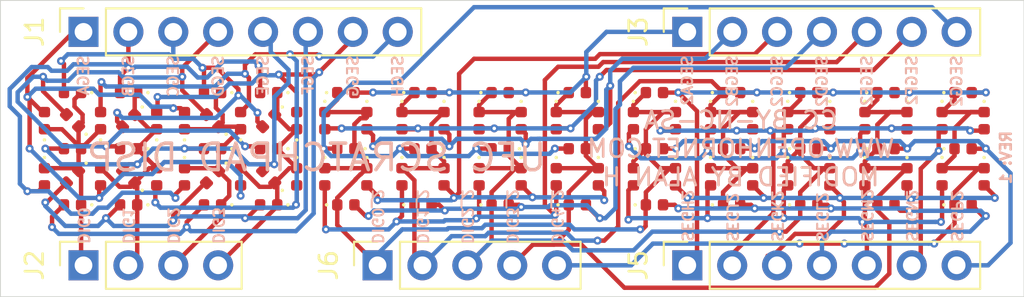
<source format=kicad_pcb>
(kicad_pcb (version 20171130) (host pcbnew "(5.1.9)-1")
  (layers (0 F.Cu signal) (31 B.Cu signal) (34 B.Paste user) (35 F.Paste user) (36 B.SilkS user) (37 F.SilkS user) (38 B.Mask user) (39 F.Mask user) (44 Edge.Cuts user))
  (net 0 "")
  (net 1 /DIG0)
  (net 2 /DIG1)
  (net 3 /DIG2)
  (net 4 /DIG3)
  (net 5 /SEGA)
  (net 6 /SEGB)
  (net 7 /SEGC)
  (net 8 /DIG0_2)
  (net 9 /DIG1_2)
  (net 10 /DIG2_2)
  (net 11 /DIG3_2)
  (net 12 /SEGD)
  (net 13 /SEGE)
  (net 14 /SEGF)
  (net 15 /SEGG)
  (net 16 /DIG4_2)
  (net 17 /SEGH)
  (net 18 /SEGA2)
  (net 19 /SEGB2)
  (net 20 /SEGC2)
  (net 21 /SEGD2)
  (net 22 /SEGE2)
  (net 23 /SEGF2)
  (net 24 /SEGG2)
  (net 25 /SEGH2)
  (net 26 /SEGJ2)
  (net 27 /SEGK2)
  (net 28 /SEGL2)
  (net 29 /SEGM2)
  (net 30 /SEGN2)
  (net 31 /SEGP2)
  (module Connector_PinSocket_2.54mm:PinSocket_1x05_P2.54mm_Vertical (layer F.Cu) (at 168.0845 96.139 90)
    (fp_text reference J6 (at 0 -2.77 90) (layer F.SilkS))
    (fp_text value Conn_01x05_Male)
    (pad 5 thru_hole oval (at 0 10.16 90) (size 1.7 1.7) (drill 1) (layers *.Cu *.Mask) (net 16 /DIG4_2))
    (pad 4 thru_hole oval (at 0 7.62 90) (size 1.7 1.7) (drill 1) (layers *.Cu *.Mask) (net 11 /DIG3_2))
    (pad 3 thru_hole oval (at 0 5.08 90) (size 1.7 1.7) (drill 1) (layers *.Cu *.Mask) (net 10 /DIG2_2))
    (pad 2 thru_hole oval (at 0 2.54 90) (size 1.7 1.7) (drill 1) (layers *.Cu *.Mask) (net 9 /DIG1_2))
    (pad 1 thru_hole rect (at 0 0 90) (size 1.7 1.7) (drill 1) (layers *.Cu *.Mask) (net 8 /DIG0_2))
  )
  (module Connector_PinSocket_2.54mm:PinSocket_1x07_P2.54mm_Vertical (layer F.Cu) (at 185.6105 96.139 90)
    (fp_text reference J5 (at 0 -2.77 90) (layer F.SilkS))
    (fp_text value Conn_01x07_Male)
    (pad 7 thru_hole oval (at 0 15.24 90) (size 1.7 1.7) (drill 1) (layers *.Cu *.Mask) (net 31 /SEGP2))
    (pad 6 thru_hole oval (at 0 12.7 90) (size 1.7 1.7) (drill 1) (layers *.Cu *.Mask) (net 30 /SEGN2))
    (pad 5 thru_hole oval (at 0 10.16 90) (size 1.7 1.7) (drill 1) (layers *.Cu *.Mask) (net 29 /SEGM2))
    (pad 4 thru_hole oval (at 0 7.62 90) (size 1.7 1.7) (drill 1) (layers *.Cu *.Mask) (net 28 /SEGL2))
    (pad 3 thru_hole oval (at 0 5.08 90) (size 1.7 1.7) (drill 1) (layers *.Cu *.Mask) (net 27 /SEGK2))
    (pad 2 thru_hole oval (at 0 2.54 90) (size 1.7 1.7) (drill 1) (layers *.Cu *.Mask) (net 26 /SEGJ2))
    (pad 1 thru_hole rect (at 0 0 90) (size 1.7 1.7) (drill 1) (layers *.Cu *.Mask) (net 25 /SEGH2))
  )
  (module Connector_PinSocket_2.54mm:PinSocket_1x07_P2.54mm_Vertical (layer F.Cu) (at 185.6105 82.931 90)
    (fp_text reference J3 (at 0 -2.77 90) (layer F.SilkS))
    (fp_text value Conn_01x07_Male)
    (pad 7 thru_hole oval (at 0 15.24 90) (size 1.7 1.7) (drill 1) (layers *.Cu *.Mask) (net 24 /SEGG2))
    (pad 6 thru_hole oval (at 0 12.7 90) (size 1.7 1.7) (drill 1) (layers *.Cu *.Mask) (net 23 /SEGF2))
    (pad 5 thru_hole oval (at 0 10.16 90) (size 1.7 1.7) (drill 1) (layers *.Cu *.Mask) (net 22 /SEGE2))
    (pad 4 thru_hole oval (at 0 7.62 90) (size 1.7 1.7) (drill 1) (layers *.Cu *.Mask) (net 21 /SEGD2))
    (pad 3 thru_hole oval (at 0 5.08 90) (size 1.7 1.7) (drill 1) (layers *.Cu *.Mask) (net 20 /SEGC2))
    (pad 2 thru_hole oval (at 0 2.54 90) (size 1.7 1.7) (drill 1) (layers *.Cu *.Mask) (net 19 /SEGB2))
    (pad 1 thru_hole rect (at 0 0 90) (size 1.7 1.7) (drill 1) (layers *.Cu *.Mask) (net 18 /SEGA2))
  )
  (module Connector_PinSocket_2.54mm:PinSocket_1x04_P2.54mm_Vertical (layer F.Cu) (at 151.4475 96.139 90)
    (fp_text reference J2 (at 0 -2.77 90) (layer F.SilkS))
    (fp_text value Conn_01x04_Male)
    (pad 4 thru_hole oval (at 0 7.62 90) (size 1.7 1.7) (drill 1) (layers *.Cu *.Mask) (net 4 /DIG3))
    (pad 3 thru_hole oval (at 0 5.08 90) (size 1.7 1.7) (drill 1) (layers *.Cu *.Mask) (net 3 /DIG2))
    (pad 2 thru_hole oval (at 0 2.54 90) (size 1.7 1.7) (drill 1) (layers *.Cu *.Mask) (net 2 /DIG1))
    (pad 1 thru_hole rect (at 0 0 90) (size 1.7 1.7) (drill 1) (layers *.Cu *.Mask) (net 1 /DIG0))
  )
  (module Connector_PinSocket_2.54mm:PinSocket_1x08_P2.54mm_Vertical (layer F.Cu) (at 151.4475 82.931 90)
    (fp_text reference J1 (at 0 -2.77 90) (layer F.SilkS))
    (fp_text value Conn_01x08_Male)
    (pad 8 thru_hole oval (at 0 17.78 90) (size 1.7 1.7) (drill 1) (layers *.Cu *.Mask) (net 17 /SEGH))
    (pad 7 thru_hole oval (at 0 15.24 90) (size 1.7 1.7) (drill 1) (layers *.Cu *.Mask) (net 15 /SEGG))
    (pad 6 thru_hole oval (at 0 12.7 90) (size 1.7 1.7) (drill 1) (layers *.Cu *.Mask) (net 14 /SEGF))
    (pad 5 thru_hole oval (at 0 10.16 90) (size 1.7 1.7) (drill 1) (layers *.Cu *.Mask) (net 13 /SEGE))
    (pad 4 thru_hole oval (at 0 7.62 90) (size 1.7 1.7) (drill 1) (layers *.Cu *.Mask) (net 12 /SEGD))
    (pad 3 thru_hole oval (at 0 5.08 90) (size 1.7 1.7) (drill 1) (layers *.Cu *.Mask) (net 7 /SEGC))
    (pad 2 thru_hole oval (at 0 2.54 90) (size 1.7 1.7) (drill 1) (layers *.Cu *.Mask) (net 6 /SEGB))
    (pad 1 thru_hole rect (at 0 0 90) (size 1.7 1.7) (drill 1) (layers *.Cu *.Mask) (net 5 /SEGA))
  )
  (module LED_SMD:LED_0402_1005Metric (layer F.Cu) (at 160.3375 87.9545 90)
    (fp_text reference D24 hide)
    (fp_text value LED)
    (pad 2 smd roundrect (at 0.485 0 90) (size 0.59 0.64) (layers F.Cu F.Paste F.Mask) (net 17 /SEGH))
    (pad 1 smd roundrect (at -0.485 0 90) (size 0.59 0.64) (layers F.Cu F.Paste F.Mask) (net 3 /DIG2))
  )
  (module LED_SMD:LED_0402_1005Metric (layer F.Cu) (at 161.925 86.367 180)
    (fp_text reference D26 hide)
    (fp_text value LED)
    (pad 2 smd roundrect (at 0.485 0 180) (size 0.59 0.64) (layers F.Cu F.Paste F.Mask) (net 6 /SEGB))
    (pad 1 smd roundrect (at -0.485 0 180) (size 0.59 0.64) (layers F.Cu F.Paste F.Mask) (net 4 /DIG3))
  )
  (module LED_SMD:LED_0402_1005Metric (layer F.Cu) (at 158.75 92.717 180)
    (fp_text reference D23 hide)
    (fp_text value LED)
    (pad 2 smd roundrect (at 0.485 0 180) (size 0.59 0.64) (layers F.Cu F.Paste F.Mask) (net 15 /SEGG))
    (pad 1 smd roundrect (at -0.485 0 180) (size 0.59 0.64) (layers F.Cu F.Paste F.Mask) (net 3 /DIG2))
  )
  (module LED_SMD:LED_0402_1005Metric (layer F.Cu) (at 158.75 91.1295 225)
    (fp_text reference D22 hide)
    (fp_text value LED)
    (pad 2 smd roundrect (at 0.485 0 225) (size 0.59 0.64) (layers F.Cu F.Paste F.Mask) (net 14 /SEGF))
    (pad 1 smd roundrect (at -0.485 0 225) (size 0.59 0.64) (layers F.Cu F.Paste F.Mask) (net 3 /DIG2))
  )
  (module LED_SMD:LED_0402_1005Metric (layer F.Cu) (at 161.925 89.542 180)
    (fp_text reference D28 hide)
    (fp_text value LED)
    (pad 2 smd roundrect (at 0.485 0 180) (size 0.59 0.64) (layers F.Cu F.Paste F.Mask) (net 12 /SEGD))
    (pad 1 smd roundrect (at -0.485 0 180) (size 0.59 0.64) (layers F.Cu F.Paste F.Mask) (net 4 /DIG3))
  )
  (module LED_SMD:LED_0402_1005Metric (layer F.Cu) (at 161.925 91.1295 135)
    (fp_text reference D29 hide)
    (fp_text value LED)
    (pad 2 smd roundrect (at 0.485 0 135) (size 0.59 0.64) (layers F.Cu F.Paste F.Mask) (net 13 /SEGE))
    (pad 1 smd roundrect (at -0.485 0 135) (size 0.59 0.64) (layers F.Cu F.Paste F.Mask) (net 4 /DIG3))
  )
  (module LED_SMD:LED_0402_1005Metric (layer F.Cu) (at 161.925 87.9545 225)
    (fp_text reference D27 hide)
    (fp_text value LED)
    (pad 2 smd roundrect (at 0.485 0 225) (size 0.59 0.64) (layers F.Cu F.Paste F.Mask) (net 7 /SEGC))
    (pad 1 smd roundrect (at -0.485 0 225) (size 0.59 0.64) (layers F.Cu F.Paste F.Mask) (net 4 /DIG3))
  )
  (module LED_SMD:LED_0402_1005Metric (layer F.Cu) (at 161.925 92.717 180)
    (fp_text reference D30 hide)
    (fp_text value LED)
    (pad 2 smd roundrect (at 0.485 0 180) (size 0.59 0.64) (layers F.Cu F.Paste F.Mask) (net 14 /SEGF))
    (pad 1 smd roundrect (at -0.485 0 180) (size 0.59 0.64) (layers F.Cu F.Paste F.Mask) (net 4 /DIG3))
  )
  (module LED_SMD:LED_0402_1005Metric (layer F.Cu) (at 163.5125 87.9545 90)
    (fp_text reference D31 hide)
    (fp_text value LED)
    (pad 2 smd roundrect (at 0.485 0 90) (size 0.59 0.64) (layers F.Cu F.Paste F.Mask) (net 15 /SEGG))
    (pad 1 smd roundrect (at -0.485 0 90) (size 0.59 0.64) (layers F.Cu F.Paste F.Mask) (net 4 /DIG3))
  )
  (module LED_SMD:LED_0402_1005Metric (layer F.Cu) (at 160.3375 91.1295 270)
    (fp_text reference D25 hide)
    (fp_text value LED)
    (pad 2 smd roundrect (at 0.485 0 270) (size 0.59 0.64) (layers F.Cu F.Paste F.Mask) (net 5 /SEGA))
    (pad 1 smd roundrect (at -0.485 0 270) (size 0.59 0.64) (layers F.Cu F.Paste F.Mask) (net 4 /DIG3))
  )
  (module LED_SMD:LED_0402_1005Metric (layer F.Cu) (at 163.5125 91.1295 270)
    (fp_text reference D32 hide)
    (fp_text value LED)
    (pad 2 smd roundrect (at 0.485 0 270) (size 0.59 0.64) (layers F.Cu F.Paste F.Mask) (net 17 /SEGH))
    (pad 1 smd roundrect (at -0.485 0 270) (size 0.59 0.64) (layers F.Cu F.Paste F.Mask) (net 4 /DIG3))
  )
  (module LED_SMD:LED_0402_1005Metric (layer F.Cu) (at 157.1625 87.9545 90)
    (fp_text reference D17 hide)
    (fp_text value LED)
    (pad 2 smd roundrect (at 0.485 0 90) (size 0.59 0.64) (layers F.Cu F.Paste F.Mask) (net 5 /SEGA))
    (pad 1 smd roundrect (at -0.485 0 90) (size 0.59 0.64) (layers F.Cu F.Paste F.Mask) (net 3 /DIG2))
  )
  (module LED_SMD:LED_0402_1005Metric (layer F.Cu) (at 158.75 86.367 180)
    (fp_text reference D19 hide)
    (fp_text value LED)
    (pad 2 smd roundrect (at 0.485 0 180) (size 0.59 0.64) (layers F.Cu F.Paste F.Mask) (net 7 /SEGC))
    (pad 1 smd roundrect (at -0.485 0 180) (size 0.59 0.64) (layers F.Cu F.Paste F.Mask) (net 3 /DIG2))
  )
  (module LED_SMD:LED_0402_1005Metric (layer F.Cu) (at 158.75 89.542 180)
    (fp_text reference D21 hide)
    (fp_text value LED)
    (pad 2 smd roundrect (at 0.485 0 180) (size 0.59 0.64) (layers F.Cu F.Paste F.Mask) (net 13 /SEGE))
    (pad 1 smd roundrect (at -0.485 0 180) (size 0.59 0.64) (layers F.Cu F.Paste F.Mask) (net 3 /DIG2))
  )
  (module LED_SMD:LED_0402_1005Metric (layer F.Cu) (at 158.75 87.9545 135)
    (fp_text reference D20 hide)
    (fp_text value LED)
    (pad 2 smd roundrect (at 0.485 0 135) (size 0.59 0.64) (layers F.Cu F.Paste F.Mask) (net 12 /SEGD))
    (pad 1 smd roundrect (at -0.485 0 135) (size 0.59 0.64) (layers F.Cu F.Paste F.Mask) (net 3 /DIG2))
  )
  (module LED_SMD:LED_0402_1005Metric (layer F.Cu) (at 157.1625 91.1295 270)
    (fp_text reference D18 hide)
    (fp_text value LED)
    (pad 2 smd roundrect (at 0.485 0 270) (size 0.59 0.64) (layers F.Cu F.Paste F.Mask) (net 6 /SEGB))
    (pad 1 smd roundrect (at -0.485 0 270) (size 0.59 0.64) (layers F.Cu F.Paste F.Mask) (net 3 /DIG2))
  )
  (module LED_SMD:LED_0402_1005Metric (layer F.Cu) (at 154.0015 87.954 225)
    (fp_text reference D11 hide)
    (fp_text value LED)
    (pad 2 smd roundrect (at 0.485 0 225) (size 0.59 0.64) (layers F.Cu F.Paste F.Mask) (net 7 /SEGC))
    (pad 1 smd roundrect (at -0.485 0 225) (size 0.59 0.64) (layers F.Cu F.Paste F.Mask) (net 2 /DIG1))
  )
  (module LED_SMD:LED_0402_1005Metric (layer F.Cu) (at 150.8265 87.954 135)
    (fp_text reference D4 hide)
    (fp_text value LED)
    (pad 2 smd roundrect (at 0.485 0 135) (size 0.59 0.64) (layers F.Cu F.Paste F.Mask) (net 12 /SEGD))
    (pad 1 smd roundrect (at -0.485 0 135) (size 0.59 0.64) (layers F.Cu F.Paste F.Mask) (net 1 /DIG0))
  )
  (module LED_SMD:LED_0402_1005Metric (layer F.Cu) (at 154.0015 91.129 135)
    (fp_text reference D13 hide)
    (fp_text value LED)
    (pad 2 smd roundrect (at 0.485 0 135) (size 0.59 0.64) (layers F.Cu F.Paste F.Mask) (net 13 /SEGE))
    (pad 1 smd roundrect (at -0.485 0 135) (size 0.59 0.64) (layers F.Cu F.Paste F.Mask) (net 2 /DIG1))
  )
  (module LED_SMD:LED_0402_1005Metric (layer F.Cu) (at 154.0015 86.3665 180)
    (fp_text reference D10 hide)
    (fp_text value LED)
    (pad 2 smd roundrect (at 0.485 0 180) (size 0.59 0.64) (layers F.Cu F.Paste F.Mask) (net 6 /SEGB))
    (pad 1 smd roundrect (at -0.485 0 180) (size 0.59 0.64) (layers F.Cu F.Paste F.Mask) (net 2 /DIG1))
  )
  (module LED_SMD:LED_0402_1005Metric (layer F.Cu) (at 154.0015 89.5415 180)
    (fp_text reference D12 hide)
    (fp_text value LED)
    (pad 2 smd roundrect (at 0.485 0 180) (size 0.59 0.64) (layers F.Cu F.Paste F.Mask) (net 12 /SEGD))
    (pad 1 smd roundrect (at -0.485 0 180) (size 0.59 0.64) (layers F.Cu F.Paste F.Mask) (net 2 /DIG1))
  )
  (module LED_SMD:LED_0402_1005Metric (layer F.Cu) (at 152.414 91.129 270)
    (fp_text reference D9 hide)
    (fp_text value LED)
    (pad 2 smd roundrect (at 0.485 0 270) (size 0.59 0.64) (layers F.Cu F.Paste F.Mask) (net 5 /SEGA))
    (pad 1 smd roundrect (at -0.485 0 270) (size 0.59 0.64) (layers F.Cu F.Paste F.Mask) (net 2 /DIG1))
  )
  (module LED_SMD:LED_0402_1005Metric (layer F.Cu) (at 150.8265 89.5415 180)
    (fp_text reference D5 hide)
    (fp_text value LED)
    (pad 2 smd roundrect (at 0.485 0 180) (size 0.59 0.64) (layers F.Cu F.Paste F.Mask) (net 13 /SEGE))
    (pad 1 smd roundrect (at -0.485 0 180) (size 0.59 0.64) (layers F.Cu F.Paste F.Mask) (net 1 /DIG0))
  )
  (module LED_SMD:LED_0402_1005Metric (layer F.Cu) (at 150.8265 92.7165 180)
    (fp_text reference D7 hide)
    (fp_text value LED)
    (pad 2 smd roundrect (at 0.485 0 180) (size 0.59 0.64) (layers F.Cu F.Paste F.Mask) (net 15 /SEGG))
    (pad 1 smd roundrect (at -0.485 0 180) (size 0.59 0.64) (layers F.Cu F.Paste F.Mask) (net 1 /DIG0))
  )
  (module LED_SMD:LED_0402_1005Metric (layer F.Cu) (at 155.589 87.954 90)
    (fp_text reference D15 hide)
    (fp_text value LED)
    (pad 2 smd roundrect (at 0.485 0 90) (size 0.59 0.64) (layers F.Cu F.Paste F.Mask) (net 15 /SEGG))
    (pad 1 smd roundrect (at -0.485 0 90) (size 0.59 0.64) (layers F.Cu F.Paste F.Mask) (net 2 /DIG1))
  )
  (module LED_SMD:LED_0402_1005Metric (layer F.Cu) (at 150.8265 91.129 225)
    (fp_text reference D6 hide)
    (fp_text value LED)
    (pad 2 smd roundrect (at 0.485 0 225) (size 0.59 0.64) (layers F.Cu F.Paste F.Mask) (net 14 /SEGF))
    (pad 1 smd roundrect (at -0.485 0 225) (size 0.59 0.64) (layers F.Cu F.Paste F.Mask) (net 1 /DIG0))
  )
  (module LED_SMD:LED_0402_1005Metric (layer F.Cu) (at 155.589 91.129 270)
    (fp_text reference D16 hide)
    (fp_text value LED)
    (pad 2 smd roundrect (at 0.485 0 270) (size 0.59 0.64) (layers F.Cu F.Paste F.Mask) (net 17 /SEGH))
    (pad 1 smd roundrect (at -0.485 0 270) (size 0.59 0.64) (layers F.Cu F.Paste F.Mask) (net 2 /DIG1))
  )
  (module LED_SMD:LED_0402_1005Metric (layer F.Cu) (at 152.414 87.954 90)
    (fp_text reference D8 hide)
    (fp_text value LED)
    (pad 2 smd roundrect (at 0.485 0 90) (size 0.59 0.64) (layers F.Cu F.Paste F.Mask) (net 17 /SEGH))
    (pad 1 smd roundrect (at -0.485 0 90) (size 0.59 0.64) (layers F.Cu F.Paste F.Mask) (net 1 /DIG0))
  )
  (module LED_SMD:LED_0402_1005Metric (layer F.Cu) (at 154.0015 92.7165 180)
    (fp_text reference D14 hide)
    (fp_text value LED)
    (pad 2 smd roundrect (at 0.485 0 180) (size 0.59 0.64) (layers F.Cu F.Paste F.Mask) (net 14 /SEGF))
    (pad 1 smd roundrect (at -0.485 0 180) (size 0.59 0.64) (layers F.Cu F.Paste F.Mask) (net 2 /DIG1))
  )
  (module LED_SMD:LED_0402_1005Metric (layer F.Cu) (at 150.8265 86.3665 180)
    (fp_text reference D3 hide)
    (fp_text value LED)
    (pad 2 smd roundrect (at 0.485 0 180) (size 0.59 0.64) (layers F.Cu F.Paste F.Mask) (net 7 /SEGC))
    (pad 1 smd roundrect (at -0.485 0 180) (size 0.59 0.64) (layers F.Cu F.Paste F.Mask) (net 1 /DIG0))
  )
  (module LED_SMD:LED_0402_1005Metric (layer F.Cu) (at 149.239 91.129 270)
    (fp_text reference D2 hide)
    (fp_text value LED)
    (pad 2 smd roundrect (at 0.485 0 270) (size 0.59 0.64) (layers F.Cu F.Paste F.Mask) (net 6 /SEGB))
    (pad 1 smd roundrect (at -0.485 0 270) (size 0.59 0.64) (layers F.Cu F.Paste F.Mask) (net 1 /DIG0))
  )
  (module LED_SMD:LED_0402_1005Metric (layer F.Cu) (at 149.239 87.954 90)
    (fp_text reference D1 hide)
    (fp_text value LED)
    (pad 2 smd roundrect (at 0.485 0 90) (size 0.59 0.64) (layers F.Cu F.Paste F.Mask) (net 5 /SEGA))
    (pad 1 smd roundrect (at -0.485 0 90) (size 0.59 0.64) (layers F.Cu F.Paste F.Mask) (net 1 /DIG0))
  )
  (module LED_SMD:LED_0402_1005Metric (layer F.Cu) (at 166.290625 86.367)
    (fp_text reference D33 hide)
    (fp_text value LED)
    (pad 2 smd roundrect (at 0.485 0) (size 0.59 0.64) (layers F.Cu F.Paste F.Mask) (net 18 /SEGA2))
    (pad 1 smd roundrect (at -0.485 0) (size 0.59 0.64) (layers F.Cu F.Paste F.Mask) (net 8 /DIG0_2))
  )
  (module LED_SMD:LED_0402_1005Metric (layer F.Cu) (at 167.48125 87.9545 270)
    (fp_text reference D34 hide)
    (fp_text value LED)
    (pad 2 smd roundrect (at 0.485 0 270) (size 0.59 0.64) (layers F.Cu F.Paste F.Mask) (net 19 /SEGB2))
    (pad 1 smd roundrect (at -0.485 0 270) (size 0.59 0.64) (layers F.Cu F.Paste F.Mask) (net 8 /DIG0_2))
  )
  (module LED_SMD:LED_0402_1005Metric (layer F.Cu) (at 167.48125 91.1295 270)
    (fp_text reference D35 hide)
    (fp_text value LED)
    (pad 2 smd roundrect (at 0.485 0 270) (size 0.59 0.64) (layers F.Cu F.Paste F.Mask) (net 20 /SEGC2))
    (pad 1 smd roundrect (at -0.485 0 270) (size 0.59 0.64) (layers F.Cu F.Paste F.Mask) (net 8 /DIG0_2))
  )
  (module LED_SMD:LED_0402_1005Metric (layer F.Cu) (at 166.290625 92.717)
    (fp_text reference D36 hide)
    (fp_text value LED)
    (pad 2 smd roundrect (at 0.485 0) (size 0.59 0.64) (layers F.Cu F.Paste F.Mask) (net 21 /SEGD2))
    (pad 1 smd roundrect (at -0.485 0) (size 0.59 0.64) (layers F.Cu F.Paste F.Mask) (net 8 /DIG0_2))
  )
  (module LED_SMD:LED_0402_1005Metric (layer F.Cu) (at 165.1 91.1295 270)
    (fp_text reference D37 hide)
    (fp_text value LED)
    (pad 2 smd roundrect (at 0.485 0 270) (size 0.59 0.64) (layers F.Cu F.Paste F.Mask) (net 22 /SEGE2))
    (pad 1 smd roundrect (at -0.485 0 270) (size 0.59 0.64) (layers F.Cu F.Paste F.Mask) (net 8 /DIG0_2))
  )
  (module LED_SMD:LED_0402_1005Metric (layer F.Cu) (at 165.1 87.9545 270)
    (fp_text reference D38 hide)
    (fp_text value LED)
    (pad 2 smd roundrect (at 0.485 0 270) (size 0.59 0.64) (layers F.Cu F.Paste F.Mask) (net 23 /SEGF2))
    (pad 1 smd roundrect (at -0.485 0 270) (size 0.59 0.64) (layers F.Cu F.Paste F.Mask) (net 8 /DIG0_2))
  )
  (module LED_SMD:LED_0402_1005Metric (layer F.Cu) (at 166.290625 89.542 180)
    (fp_text reference D39 hide)
    (fp_text value LED)
    (pad 2 smd roundrect (at 0.485 0 180) (size 0.59 0.64) (layers F.Cu F.Paste F.Mask) (net 24 /SEGG2))
    (pad 1 smd roundrect (at -0.485 0 180) (size 0.59 0.64) (layers F.Cu F.Paste F.Mask) (net 8 /DIG0_2))
  )
  (module LED_SMD:LED_0402_1005Metric (layer F.Cu) (at 170.65625 86.367)
    (fp_text reference D40 hide)
    (fp_text value LED)
    (pad 2 smd roundrect (at 0.485 0) (size 0.59 0.64) (layers F.Cu F.Paste F.Mask) (net 18 /SEGA2))
    (pad 1 smd roundrect (at -0.485 0) (size 0.59 0.64) (layers F.Cu F.Paste F.Mask) (net 9 /DIG1_2))
  )
  (module LED_SMD:LED_0402_1005Metric (layer F.Cu) (at 171.846875 87.9545 270)
    (fp_text reference D41 hide)
    (fp_text value LED)
    (pad 2 smd roundrect (at 0.485 0 270) (size 0.59 0.64) (layers F.Cu F.Paste F.Mask) (net 19 /SEGB2))
    (pad 1 smd roundrect (at -0.485 0 270) (size 0.59 0.64) (layers F.Cu F.Paste F.Mask) (net 9 /DIG1_2))
  )
  (module LED_SMD:LED_0402_1005Metric (layer F.Cu) (at 171.846875 91.1295 270)
    (fp_text reference D42 hide)
    (fp_text value LED)
    (pad 2 smd roundrect (at 0.485 0 270) (size 0.59 0.64) (layers F.Cu F.Paste F.Mask) (net 20 /SEGC2))
    (pad 1 smd roundrect (at -0.485 0 270) (size 0.59 0.64) (layers F.Cu F.Paste F.Mask) (net 9 /DIG1_2))
  )
  (module LED_SMD:LED_0402_1005Metric (layer F.Cu) (at 170.65625 92.717)
    (fp_text reference D43 hide)
    (fp_text value LED)
    (pad 2 smd roundrect (at 0.485 0) (size 0.59 0.64) (layers F.Cu F.Paste F.Mask) (net 21 /SEGD2))
    (pad 1 smd roundrect (at -0.485 0) (size 0.59 0.64) (layers F.Cu F.Paste F.Mask) (net 9 /DIG1_2))
  )
  (module LED_SMD:LED_0402_1005Metric (layer F.Cu) (at 169.465625 91.1295 270)
    (fp_text reference D44 hide)
    (fp_text value LED)
    (pad 2 smd roundrect (at 0.485 0 270) (size 0.59 0.64) (layers F.Cu F.Paste F.Mask) (net 22 /SEGE2))
    (pad 1 smd roundrect (at -0.485 0 270) (size 0.59 0.64) (layers F.Cu F.Paste F.Mask) (net 9 /DIG1_2))
  )
  (module LED_SMD:LED_0402_1005Metric (layer F.Cu) (at 169.465625 87.9545 270)
    (fp_text reference D45 hide)
    (fp_text value LED)
    (pad 2 smd roundrect (at 0.485 0 270) (size 0.59 0.64) (layers F.Cu F.Paste F.Mask) (net 23 /SEGF2))
    (pad 1 smd roundrect (at -0.485 0 270) (size 0.59 0.64) (layers F.Cu F.Paste F.Mask) (net 9 /DIG1_2))
  )
  (module LED_SMD:LED_0402_1005Metric (layer F.Cu) (at 170.65625 89.542 180)
    (fp_text reference D46 hide)
    (fp_text value LED)
    (pad 2 smd roundrect (at 0.485 0 180) (size 0.59 0.64) (layers F.Cu F.Paste F.Mask) (net 24 /SEGG2))
    (pad 1 smd roundrect (at -0.485 0 180) (size 0.59 0.64) (layers F.Cu F.Paste F.Mask) (net 9 /DIG1_2))
  )
  (module LED_SMD:LED_0402_1005Metric (layer F.Cu) (at 175.021875 86.367)
    (fp_text reference D47 hide)
    (fp_text value LED)
    (pad 2 smd roundrect (at 0.485 0) (size 0.59 0.64) (layers F.Cu F.Paste F.Mask) (net 18 /SEGA2))
    (pad 1 smd roundrect (at -0.485 0) (size 0.59 0.64) (layers F.Cu F.Paste F.Mask) (net 10 /DIG2_2))
  )
  (module LED_SMD:LED_0402_1005Metric (layer F.Cu) (at 176.2125 87.9545 270)
    (fp_text reference D48 hide)
    (fp_text value LED)
    (pad 2 smd roundrect (at 0.485 0 270) (size 0.59 0.64) (layers F.Cu F.Paste F.Mask) (net 19 /SEGB2))
    (pad 1 smd roundrect (at -0.485 0 270) (size 0.59 0.64) (layers F.Cu F.Paste F.Mask) (net 10 /DIG2_2))
  )
  (module LED_SMD:LED_0402_1005Metric (layer F.Cu) (at 176.2125 91.1295 270)
    (fp_text reference D49 hide)
    (fp_text value LED)
    (pad 2 smd roundrect (at 0.485 0 270) (size 0.59 0.64) (layers F.Cu F.Paste F.Mask) (net 20 /SEGC2))
    (pad 1 smd roundrect (at -0.485 0 270) (size 0.59 0.64) (layers F.Cu F.Paste F.Mask) (net 10 /DIG2_2))
  )
  (module LED_SMD:LED_0402_1005Metric (layer F.Cu) (at 175.021875 92.717)
    (fp_text reference D50 hide)
    (fp_text value LED)
    (pad 2 smd roundrect (at 0.485 0) (size 0.59 0.64) (layers F.Cu F.Paste F.Mask) (net 21 /SEGD2))
    (pad 1 smd roundrect (at -0.485 0) (size 0.59 0.64) (layers F.Cu F.Paste F.Mask) (net 10 /DIG2_2))
  )
  (module LED_SMD:LED_0402_1005Metric (layer F.Cu) (at 173.83125 91.1295 270)
    (fp_text reference D51 hide)
    (fp_text value LED)
    (pad 2 smd roundrect (at 0.485 0 270) (size 0.59 0.64) (layers F.Cu F.Paste F.Mask) (net 22 /SEGE2))
    (pad 1 smd roundrect (at -0.485 0 270) (size 0.59 0.64) (layers F.Cu F.Paste F.Mask) (net 10 /DIG2_2))
  )
  (module LED_SMD:LED_0402_1005Metric (layer F.Cu) (at 173.83125 87.9545 270)
    (fp_text reference D52 hide)
    (fp_text value LED)
    (pad 2 smd roundrect (at 0.485 0 270) (size 0.59 0.64) (layers F.Cu F.Paste F.Mask) (net 23 /SEGF2))
    (pad 1 smd roundrect (at -0.485 0 270) (size 0.59 0.64) (layers F.Cu F.Paste F.Mask) (net 10 /DIG2_2))
  )
  (module LED_SMD:LED_0402_1005Metric (layer F.Cu) (at 175.021875 89.542 180)
    (fp_text reference D53 hide)
    (fp_text value LED)
    (pad 2 smd roundrect (at 0.485 0 180) (size 0.59 0.64) (layers F.Cu F.Paste F.Mask) (net 24 /SEGG2))
    (pad 1 smd roundrect (at -0.485 0 180) (size 0.59 0.64) (layers F.Cu F.Paste F.Mask) (net 10 /DIG2_2))
  )
  (module LED_SMD:LED_0402_1005Metric (layer F.Cu) (at 179.3875 86.367)
    (fp_text reference D54 hide)
    (fp_text value LED)
    (pad 2 smd roundrect (at 0.485 0) (size 0.59 0.64) (layers F.Cu F.Paste F.Mask) (net 18 /SEGA2))
    (pad 1 smd roundrect (at -0.485 0) (size 0.59 0.64) (layers F.Cu F.Paste F.Mask) (net 11 /DIG3_2))
  )
  (module LED_SMD:LED_0402_1005Metric (layer F.Cu) (at 180.578125 87.9545 270)
    (fp_text reference D55 hide)
    (fp_text value LED)
    (pad 2 smd roundrect (at 0.485 0 270) (size 0.59 0.64) (layers F.Cu F.Paste F.Mask) (net 19 /SEGB2))
    (pad 1 smd roundrect (at -0.485 0 270) (size 0.59 0.64) (layers F.Cu F.Paste F.Mask) (net 11 /DIG3_2))
  )
  (module LED_SMD:LED_0402_1005Metric (layer F.Cu) (at 180.578125 91.1295 270)
    (fp_text reference D56 hide)
    (fp_text value LED)
    (pad 2 smd roundrect (at 0.485 0 270) (size 0.59 0.64) (layers F.Cu F.Paste F.Mask) (net 20 /SEGC2))
    (pad 1 smd roundrect (at -0.485 0 270) (size 0.59 0.64) (layers F.Cu F.Paste F.Mask) (net 11 /DIG3_2))
  )
  (module LED_SMD:LED_0402_1005Metric (layer F.Cu) (at 179.3875 92.717)
    (fp_text reference D57 hide)
    (fp_text value LED)
    (pad 2 smd roundrect (at 0.485 0) (size 0.59 0.64) (layers F.Cu F.Paste F.Mask) (net 21 /SEGD2))
    (pad 1 smd roundrect (at -0.485 0) (size 0.59 0.64) (layers F.Cu F.Paste F.Mask) (net 11 /DIG3_2))
  )
  (module LED_SMD:LED_0402_1005Metric (layer F.Cu) (at 178.196875 91.1295 270)
    (fp_text reference D58 hide)
    (fp_text value LED)
    (pad 2 smd roundrect (at 0.485 0 270) (size 0.59 0.64) (layers F.Cu F.Paste F.Mask) (net 22 /SEGE2))
    (pad 1 smd roundrect (at -0.485 0 270) (size 0.59 0.64) (layers F.Cu F.Paste F.Mask) (net 11 /DIG3_2))
  )
  (module LED_SMD:LED_0402_1005Metric (layer F.Cu) (at 178.196875 87.9545 270)
    (fp_text reference D59 hide)
    (fp_text value LED)
    (pad 2 smd roundrect (at 0.485 0 270) (size 0.59 0.64) (layers F.Cu F.Paste F.Mask) (net 23 /SEGF2))
    (pad 1 smd roundrect (at -0.485 0 270) (size 0.59 0.64) (layers F.Cu F.Paste F.Mask) (net 11 /DIG3_2))
  )
  (module LED_SMD:LED_0402_1005Metric (layer F.Cu) (at 179.3875 89.542 180)
    (fp_text reference D60 hide)
    (fp_text value LED)
    (pad 2 smd roundrect (at 0.485 0 180) (size 0.59 0.64) (layers F.Cu F.Paste F.Mask) (net 24 /SEGG2))
    (pad 1 smd roundrect (at -0.485 0 180) (size 0.59 0.64) (layers F.Cu F.Paste F.Mask) (net 11 /DIG3_2))
  )
  (module LED_SMD:LED_0402_1005Metric (layer F.Cu) (at 183.753125 86.367)
    (fp_text reference D61 hide)
    (fp_text value LED)
    (pad 2 smd roundrect (at 0.485 0) (size 0.59 0.64) (layers F.Cu F.Paste F.Mask) (net 25 /SEGH2))
    (pad 1 smd roundrect (at -0.485 0) (size 0.59 0.64) (layers F.Cu F.Paste F.Mask) (net 8 /DIG0_2))
  )
  (module LED_SMD:LED_0402_1005Metric (layer F.Cu) (at 184.94375 87.9545 270)
    (fp_text reference D62 hide)
    (fp_text value LED)
    (pad 2 smd roundrect (at 0.485 0 270) (size 0.59 0.64) (layers F.Cu F.Paste F.Mask) (net 26 /SEGJ2))
    (pad 1 smd roundrect (at -0.485 0 270) (size 0.59 0.64) (layers F.Cu F.Paste F.Mask) (net 8 /DIG0_2))
  )
  (module LED_SMD:LED_0402_1005Metric (layer F.Cu) (at 184.94375 91.1295 270)
    (fp_text reference D63 hide)
    (fp_text value LED)
    (pad 2 smd roundrect (at 0.485 0 270) (size 0.59 0.64) (layers F.Cu F.Paste F.Mask) (net 27 /SEGK2))
    (pad 1 smd roundrect (at -0.485 0 270) (size 0.59 0.64) (layers F.Cu F.Paste F.Mask) (net 8 /DIG0_2))
  )
  (module LED_SMD:LED_0402_1005Metric (layer F.Cu) (at 183.753125 92.717)
    (fp_text reference D64 hide)
    (fp_text value LED)
    (pad 2 smd roundrect (at 0.485 0) (size 0.59 0.64) (layers F.Cu F.Paste F.Mask) (net 28 /SEGL2))
    (pad 1 smd roundrect (at -0.485 0) (size 0.59 0.64) (layers F.Cu F.Paste F.Mask) (net 8 /DIG0_2))
  )
  (module LED_SMD:LED_0402_1005Metric (layer F.Cu) (at 182.5625 91.1295 270)
    (fp_text reference D65 hide)
    (fp_text value LED)
    (pad 2 smd roundrect (at 0.485 0 270) (size 0.59 0.64) (layers F.Cu F.Paste F.Mask) (net 29 /SEGM2))
    (pad 1 smd roundrect (at -0.485 0 270) (size 0.59 0.64) (layers F.Cu F.Paste F.Mask) (net 8 /DIG0_2))
  )
  (module LED_SMD:LED_0402_1005Metric (layer F.Cu) (at 182.5625 87.9545 270)
    (fp_text reference D66 hide)
    (fp_text value LED)
    (pad 2 smd roundrect (at 0.485 0 270) (size 0.59 0.64) (layers F.Cu F.Paste F.Mask) (net 30 /SEGN2))
    (pad 1 smd roundrect (at -0.485 0 270) (size 0.59 0.64) (layers F.Cu F.Paste F.Mask) (net 8 /DIG0_2))
  )
  (module LED_SMD:LED_0402_1005Metric (layer F.Cu) (at 183.753125 89.542)
    (fp_text reference D67 hide)
    (fp_text value LED)
    (pad 2 smd roundrect (at 0.485 0) (size 0.59 0.64) (layers F.Cu F.Paste F.Mask) (net 31 /SEGP2))
    (pad 1 smd roundrect (at -0.485 0) (size 0.59 0.64) (layers F.Cu F.Paste F.Mask) (net 8 /DIG0_2))
  )
  (module LED_SMD:LED_0402_1005Metric (layer F.Cu) (at 188.11875 86.367)
    (fp_text reference D68 hide)
    (fp_text value LED)
    (pad 2 smd roundrect (at 0.485 0) (size 0.59 0.64) (layers F.Cu F.Paste F.Mask) (net 25 /SEGH2))
    (pad 1 smd roundrect (at -0.485 0) (size 0.59 0.64) (layers F.Cu F.Paste F.Mask) (net 9 /DIG1_2))
  )
  (module LED_SMD:LED_0402_1005Metric (layer F.Cu) (at 189.309375 87.9545 270)
    (fp_text reference D69 hide)
    (fp_text value LED)
    (pad 2 smd roundrect (at 0.485 0 270) (size 0.59 0.64) (layers F.Cu F.Paste F.Mask) (net 26 /SEGJ2))
    (pad 1 smd roundrect (at -0.485 0 270) (size 0.59 0.64) (layers F.Cu F.Paste F.Mask) (net 9 /DIG1_2))
  )
  (module LED_SMD:LED_0402_1005Metric (layer F.Cu) (at 189.309375 91.1295 270)
    (fp_text reference D70 hide)
    (fp_text value LED)
    (pad 2 smd roundrect (at 0.485 0 270) (size 0.59 0.64) (layers F.Cu F.Paste F.Mask) (net 27 /SEGK2))
    (pad 1 smd roundrect (at -0.485 0 270) (size 0.59 0.64) (layers F.Cu F.Paste F.Mask) (net 9 /DIG1_2))
  )
  (module LED_SMD:LED_0402_1005Metric (layer F.Cu) (at 188.11875 92.717)
    (fp_text reference D71 hide)
    (fp_text value LED)
    (pad 2 smd roundrect (at 0.485 0) (size 0.59 0.64) (layers F.Cu F.Paste F.Mask) (net 28 /SEGL2))
    (pad 1 smd roundrect (at -0.485 0) (size 0.59 0.64) (layers F.Cu F.Paste F.Mask) (net 9 /DIG1_2))
  )
  (module LED_SMD:LED_0402_1005Metric (layer F.Cu) (at 186.928125 91.1295 270)
    (fp_text reference D72 hide)
    (fp_text value LED)
    (pad 2 smd roundrect (at 0.485 0 270) (size 0.59 0.64) (layers F.Cu F.Paste F.Mask) (net 29 /SEGM2))
    (pad 1 smd roundrect (at -0.485 0 270) (size 0.59 0.64) (layers F.Cu F.Paste F.Mask) (net 9 /DIG1_2))
  )
  (module LED_SMD:LED_0402_1005Metric (layer F.Cu) (at 186.928125 87.9545 270)
    (fp_text reference D73 hide)
    (fp_text value LED)
    (pad 2 smd roundrect (at 0.485 0 270) (size 0.59 0.64) (layers F.Cu F.Paste F.Mask) (net 30 /SEGN2))
    (pad 1 smd roundrect (at -0.485 0 270) (size 0.59 0.64) (layers F.Cu F.Paste F.Mask) (net 9 /DIG1_2))
  )
  (module LED_SMD:LED_0402_1005Metric (layer F.Cu) (at 188.11875 89.542)
    (fp_text reference D74 hide)
    (fp_text value LED)
    (pad 2 smd roundrect (at 0.485 0) (size 0.59 0.64) (layers F.Cu F.Paste F.Mask) (net 31 /SEGP2))
    (pad 1 smd roundrect (at -0.485 0) (size 0.59 0.64) (layers F.Cu F.Paste F.Mask) (net 9 /DIG1_2))
  )
  (module LED_SMD:LED_0402_1005Metric (layer F.Cu) (at 192.484375 86.367)
    (fp_text reference D75 hide)
    (fp_text value LED)
    (pad 2 smd roundrect (at 0.485 0) (size 0.59 0.64) (layers F.Cu F.Paste F.Mask) (net 25 /SEGH2))
    (pad 1 smd roundrect (at -0.485 0) (size 0.59 0.64) (layers F.Cu F.Paste F.Mask) (net 10 /DIG2_2))
  )
  (module LED_SMD:LED_0402_1005Metric (layer F.Cu) (at 193.675 87.9545 270)
    (fp_text reference D76 hide)
    (fp_text value LED)
    (pad 2 smd roundrect (at 0.485 0 270) (size 0.59 0.64) (layers F.Cu F.Paste F.Mask) (net 26 /SEGJ2))
    (pad 1 smd roundrect (at -0.485 0 270) (size 0.59 0.64) (layers F.Cu F.Paste F.Mask) (net 10 /DIG2_2))
  )
  (module LED_SMD:LED_0402_1005Metric (layer F.Cu) (at 193.675 91.1295 270)
    (fp_text reference D77 hide)
    (fp_text value LED)
    (pad 2 smd roundrect (at 0.485 0 270) (size 0.59 0.64) (layers F.Cu F.Paste F.Mask) (net 27 /SEGK2))
    (pad 1 smd roundrect (at -0.485 0 270) (size 0.59 0.64) (layers F.Cu F.Paste F.Mask) (net 10 /DIG2_2))
  )
  (module LED_SMD:LED_0402_1005Metric (layer F.Cu) (at 192.484375 92.717)
    (fp_text reference D78 hide)
    (fp_text value LED)
    (pad 2 smd roundrect (at 0.485 0) (size 0.59 0.64) (layers F.Cu F.Paste F.Mask) (net 28 /SEGL2))
    (pad 1 smd roundrect (at -0.485 0) (size 0.59 0.64) (layers F.Cu F.Paste F.Mask) (net 10 /DIG2_2))
  )
  (module LED_SMD:LED_0402_1005Metric (layer F.Cu) (at 191.29375 91.1295 270)
    (fp_text reference D79 hide)
    (fp_text value LED)
    (pad 2 smd roundrect (at 0.485 0 270) (size 0.59 0.64) (layers F.Cu F.Paste F.Mask) (net 29 /SEGM2))
    (pad 1 smd roundrect (at -0.485 0 270) (size 0.59 0.64) (layers F.Cu F.Paste F.Mask) (net 10 /DIG2_2))
  )
  (module LED_SMD:LED_0402_1005Metric (layer F.Cu) (at 191.29375 87.9545 270)
    (fp_text reference D80 hide)
    (fp_text value LED)
    (pad 2 smd roundrect (at 0.485 0 270) (size 0.59 0.64) (layers F.Cu F.Paste F.Mask) (net 30 /SEGN2))
    (pad 1 smd roundrect (at -0.485 0 270) (size 0.59 0.64) (layers F.Cu F.Paste F.Mask) (net 10 /DIG2_2))
  )
  (module LED_SMD:LED_0402_1005Metric (layer F.Cu) (at 192.484375 89.542)
    (fp_text reference D81 hide)
    (fp_text value LED)
    (pad 2 smd roundrect (at 0.485 0) (size 0.59 0.64) (layers F.Cu F.Paste F.Mask) (net 31 /SEGP2))
    (pad 1 smd roundrect (at -0.485 0) (size 0.59 0.64) (layers F.Cu F.Paste F.Mask) (net 10 /DIG2_2))
  )
  (module LED_SMD:LED_0402_1005Metric (layer F.Cu) (at 196.85 86.367)
    (fp_text reference D82 hide)
    (fp_text value LED)
    (pad 2 smd roundrect (at 0.485 0) (size 0.59 0.64) (layers F.Cu F.Paste F.Mask) (net 25 /SEGH2))
    (pad 1 smd roundrect (at -0.485 0) (size 0.59 0.64) (layers F.Cu F.Paste F.Mask) (net 11 /DIG3_2))
  )
  (module LED_SMD:LED_0402_1005Metric (layer F.Cu) (at 198.040625 87.9545 270)
    (fp_text reference D83 hide)
    (fp_text value LED)
    (pad 2 smd roundrect (at 0.485 0 270) (size 0.59 0.64) (layers F.Cu F.Paste F.Mask) (net 26 /SEGJ2))
    (pad 1 smd roundrect (at -0.485 0 270) (size 0.59 0.64) (layers F.Cu F.Paste F.Mask) (net 11 /DIG3_2))
  )
  (module LED_SMD:LED_0402_1005Metric (layer F.Cu) (at 198.040625 91.1295 270)
    (fp_text reference D84 hide)
    (fp_text value LED)
    (pad 2 smd roundrect (at 0.485 0 270) (size 0.59 0.64) (layers F.Cu F.Paste F.Mask) (net 27 /SEGK2))
    (pad 1 smd roundrect (at -0.485 0 270) (size 0.59 0.64) (layers F.Cu F.Paste F.Mask) (net 11 /DIG3_2))
  )
  (module LED_SMD:LED_0402_1005Metric (layer F.Cu) (at 196.85 92.717)
    (fp_text reference D85 hide)
    (fp_text value LED)
    (pad 2 smd roundrect (at 0.485 0) (size 0.59 0.64) (layers F.Cu F.Paste F.Mask) (net 28 /SEGL2))
    (pad 1 smd roundrect (at -0.485 0) (size 0.59 0.64) (layers F.Cu F.Paste F.Mask) (net 11 /DIG3_2))
  )
  (module LED_SMD:LED_0402_1005Metric (layer F.Cu) (at 195.659375 91.1295 270)
    (fp_text reference D86 hide)
    (fp_text value LED)
    (pad 2 smd roundrect (at 0.485 0 270) (size 0.59 0.64) (layers F.Cu F.Paste F.Mask) (net 29 /SEGM2))
    (pad 1 smd roundrect (at -0.485 0 270) (size 0.59 0.64) (layers F.Cu F.Paste F.Mask) (net 11 /DIG3_2))
  )
  (module LED_SMD:LED_0402_1005Metric (layer F.Cu) (at 195.659375 87.9545 270)
    (fp_text reference D87 hide)
    (fp_text value LED)
    (pad 2 smd roundrect (at 0.485 0 270) (size 0.59 0.64) (layers F.Cu F.Paste F.Mask) (net 30 /SEGN2))
    (pad 1 smd roundrect (at -0.485 0 270) (size 0.59 0.64) (layers F.Cu F.Paste F.Mask) (net 11 /DIG3_2))
  )
  (module LED_SMD:LED_0402_1005Metric (layer F.Cu) (at 196.85 89.542)
    (fp_text reference D88 hide)
    (fp_text value LED)
    (pad 2 smd roundrect (at 0.485 0) (size 0.59 0.64) (layers F.Cu F.Paste F.Mask) (net 31 /SEGP2))
    (pad 1 smd roundrect (at -0.485 0) (size 0.59 0.64) (layers F.Cu F.Paste F.Mask) (net 11 /DIG3_2))
  )
  (module LED_SMD:LED_0402_1005Metric (layer F.Cu) (at 201.215625 86.367)
    (fp_text reference D89 hide)
    (fp_text value LED)
    (pad 2 smd roundrect (at 0.485 0) (size 0.59 0.64) (layers F.Cu F.Paste F.Mask) (net 25 /SEGH2))
    (pad 1 smd roundrect (at -0.485 0) (size 0.59 0.64) (layers F.Cu F.Paste F.Mask) (net 16 /DIG4_2))
  )
  (module LED_SMD:LED_0402_1005Metric (layer F.Cu) (at 202.40625 87.9545 270)
    (fp_text reference D90 hide)
    (fp_text value LED)
    (pad 2 smd roundrect (at 0.485 0 270) (size 0.59 0.64) (layers F.Cu F.Paste F.Mask) (net 26 /SEGJ2))
    (pad 1 smd roundrect (at -0.485 0 270) (size 0.59 0.64) (layers F.Cu F.Paste F.Mask) (net 16 /DIG4_2))
  )
  (module LED_SMD:LED_0402_1005Metric (layer F.Cu) (at 202.40625 91.1295 270)
    (fp_text reference D91 hide)
    (fp_text value LED)
    (pad 2 smd roundrect (at 0.485 0 270) (size 0.59 0.64) (layers F.Cu F.Paste F.Mask) (net 27 /SEGK2))
    (pad 1 smd roundrect (at -0.485 0 270) (size 0.59 0.64) (layers F.Cu F.Paste F.Mask) (net 16 /DIG4_2))
  )
  (module LED_SMD:LED_0402_1005Metric (layer F.Cu) (at 201.215625 92.717)
    (fp_text reference D92 hide)
    (fp_text value LED)
    (pad 2 smd roundrect (at 0.485 0) (size 0.59 0.64) (layers F.Cu F.Paste F.Mask) (net 28 /SEGL2))
    (pad 1 smd roundrect (at -0.485 0) (size 0.59 0.64) (layers F.Cu F.Paste F.Mask) (net 16 /DIG4_2))
  )
  (module LED_SMD:LED_0402_1005Metric (layer F.Cu) (at 200.025 91.1295 270)
    (fp_text reference D93 hide)
    (fp_text value LED)
    (pad 2 smd roundrect (at 0.485 0 270) (size 0.59 0.64) (layers F.Cu F.Paste F.Mask) (net 29 /SEGM2))
    (pad 1 smd roundrect (at -0.485 0 270) (size 0.59 0.64) (layers F.Cu F.Paste F.Mask) (net 16 /DIG4_2))
  )
  (module LED_SMD:LED_0402_1005Metric (layer F.Cu) (at 200.025 87.9545 270)
    (fp_text reference D94 hide)
    (fp_text value LED)
    (pad 2 smd roundrect (at 0.485 0 270) (size 0.59 0.64) (layers F.Cu F.Paste F.Mask) (net 30 /SEGN2))
    (pad 1 smd roundrect (at -0.485 0 270) (size 0.59 0.64) (layers F.Cu F.Paste F.Mask) (net 16 /DIG4_2))
  )
  (module LED_SMD:LED_0402_1005Metric (layer F.Cu) (at 201.215625 89.542)
    (fp_text reference D95 hide)
    (fp_text value LED)
    (pad 2 smd roundrect (at 0.485 0) (size 0.59 0.64) (layers F.Cu F.Paste F.Mask) (net 31 /SEGP2))
    (pad 1 smd roundrect (at -0.485 0) (size 0.59 0.64) (layers F.Cu F.Paste F.Mask) (net 16 /DIG4_2))
  )
  (gr_line (start 204.6605 81.153) (end 146.7485 81.153) (layer Edge.Cuts) (width 0.05))
  (gr_line (start 146.7485 97.917) (end 204.6605 97.917) (layer Edge.Cuts) (width 0.05))
  (gr_text SEGC2 (at 190.6905 84.201 90) (layer B.SilkS) (effects (font (size 0.6 0.6) (thickness 0.12)) (justify left mirror)))
  (gr_text SEGG2 (at 200.8505 84.201 90) (layer B.SilkS) (effects (font (size 0.6 0.6) (thickness 0.12)) (justify left mirror)))
  (gr_text SEGF2 (at 198.3105 84.201 90) (layer B.SilkS) (effects (font (size 0.6 0.6) (thickness 0.12)) (justify left mirror)))
  (gr_text SEGB2 (at 188.1505 84.201 90) (layer B.SilkS) (effects (font (size 0.6 0.6) (thickness 0.12)) (justify left mirror)))
  (gr_text SEGD2 (at 193.2305 84.201 90) (layer B.SilkS) (effects (font (size 0.6 0.6) (thickness 0.12)) (justify left mirror)))
  (gr_text SEGA2 (at 185.6105 84.201 90) (layer B.SilkS) (effects (font (size 0.6 0.6) (thickness 0.12)) (justify left mirror)))
  (gr_text SEGE2 (at 195.7705 84.201 90) (layer B.SilkS) (effects (font (size 0.6 0.6) (thickness 0.12)) (justify left mirror)))
  (gr_text SEGP2 (at 200.8505 94.869 270) (layer B.SilkS) (effects (font (size 0.6 0.6) (thickness 0.12)) (justify left mirror)))
  (gr_text "SEGN2\n" (at 198.3105 94.869 270) (layer B.SilkS) (effects (font (size 0.6 0.6) (thickness 0.12)) (justify left mirror)))
  (gr_text SEGM2 (at 195.7705 94.869 270) (layer B.SilkS) (effects (font (size 0.6 0.6) (thickness 0.12)) (justify left mirror)))
  (gr_text "SEGL2\n" (at 193.2305 94.869 270) (layer B.SilkS) (effects (font (size 0.6 0.6) (thickness 0.12)) (justify left mirror)))
  (gr_text SEGK2 (at 190.6905 94.869 270) (layer B.SilkS) (effects (font (size 0.6 0.6) (thickness 0.12)) (justify left mirror)))
  (gr_text "SEGJ2\n" (at 188.1505 94.869 270) (layer B.SilkS) (effects (font (size 0.6 0.6) (thickness 0.12)) (justify left mirror)))
  (gr_text SEGH2 (at 185.6105 94.869 270) (layer B.SilkS) (effects (font (size 0.6 0.6) (thickness 0.12)) (justify left mirror)))
  (gr_text DIG4_2 (at 178.2445 94.996 -90) (layer B.SilkS) (effects (font (size 0.6 0.6) (thickness 0.11)) (justify left mirror)))
  (gr_text DIG3_2 (at 175.7045 94.996 -90) (layer B.SilkS) (effects (font (size 0.6 0.6) (thickness 0.11)) (justify left mirror)))
  (gr_text DIG2_2 (at 173.1645 94.996 -90) (layer B.SilkS) (effects (font (size 0.6 0.6) (thickness 0.11)) (justify left mirror)))
  (gr_text DIG1_2 (at 170.6245 94.996 -90) (layer B.SilkS) (effects (font (size 0.6 0.6) (thickness 0.11)) (justify left mirror)))
  (gr_text DIG0_2 (at 168.0845 94.996 -90) (layer B.SilkS) (effects (font (size 0.6 0.6) (thickness 0.11)) (justify left mirror)))
  (gr_text SEGG (at 166.6875 84.201 90) (layer B.SilkS) (effects (font (size 0.6 0.6) (thickness 0.12)) (justify left mirror)))
  (gr_text SEGH (at 169.2275 84.201 90) (layer B.SilkS) (effects (font (size 0.6 0.6) (thickness 0.12)) (justify left mirror)))
  (gr_text "SEGF\n" (at 164.1475 84.201 90) (layer B.SilkS) (effects (font (size 0.6 0.6) (thickness 0.12)) (justify left mirror)))
  (gr_text SEGE (at 161.6075 84.201 90) (layer B.SilkS) (effects (font (size 0.6 0.6) (thickness 0.12)) (justify left mirror)))
  (gr_text SEGD (at 159.0675 84.201 90) (layer B.SilkS) (effects (font (size 0.6 0.6) (thickness 0.12)) (justify left mirror)))
  (gr_text SEGC (at 156.5275 84.201 90) (layer B.SilkS) (effects (font (size 0.6 0.6) (thickness 0.12)) (justify left mirror)))
  (gr_text SEGB (at 153.9875 84.201 90) (layer B.SilkS) (effects (font (size 0.6 0.6) (thickness 0.12)) (justify left mirror)))
  (gr_text "SEGA\n" (at 151.4475 84.201 90) (layer B.SilkS) (effects (font (size 0.6 0.6) (thickness 0.12)) (justify left mirror)))
  (gr_text DIG3 (at 159.0675 94.996 -90) (layer B.SilkS) (effects (font (size 0.6 0.6) (thickness 0.12)) (justify left mirror)))
  (gr_text DIG2 (at 156.5275 94.996 -90) (layer B.SilkS) (effects (font (size 0.6 0.6) (thickness 0.12)) (justify left mirror)))
  (gr_text DIG1 (at 153.9875 94.996 -90) (layer B.SilkS) (effects (font (size 0.6 0.6) (thickness 0.12)) (justify left mirror)))
  (gr_line (start 204.6605 97.917) (end 204.6605 81.153) (layer Edge.Cuts) (width 0.05))
  (gr_line (start 146.7485 81.153) (end 146.7485 97.917) (layer Edge.Cuts) (width 0.05))
  (gr_text "REV: 1" (at 203.6375 90.042 90) (layer B.SilkS) (effects (font (size 0.6 0.6)) (justify mirror)))
  (gr_text "CC BY-NC-SA\nWWW.OPENHORNET.COM\nMODIFIED BY ALAN H" (at 188.6375 89.535) (layer B.SilkS) (effects (font (size 1 1)) (justify mirror)))
  (gr_text "UFC SCRATCHPAD DISP\n" (at 164.6375 90.042) (layer B.SilkS) (effects (font (size 1.5 1.5) (thickness 0.2)) (justify mirror)))
  (gr_text DIG0 (at 151.4475 94.996 -90) (layer B.SilkS) (effects (font (size 0.6 0.6) (thickness 0.12)) (justify left mirror)))
  (segment (start 151.3115 86.3665) (end 151.3115 86.369) (width 0.25) (layer F.Cu) (net 1))
  (segment (start 151.3115 86.369) (end 150.9395 86.741) (width 0.25) (layer F.Cu) (net 1))
  (segment (start 151.395721 88.070673) (end 151.169447 88.296947) (width 0.25) (layer F.Cu) (net 1))
  (segment (start 151.395721 87.611039) (end 151.395721 88.070673) (width 0.25) (layer F.Cu) (net 1))
  (segment (start 150.9395 87.154818) (end 151.395721 87.611039) (width 0.25) (layer F.Cu) (net 1))
  (segment (start 150.9395 86.741) (end 150.9395 87.154818) (width 0.25) (layer F.Cu) (net 1))
  (segment (start 151.169447 89.399447) (end 151.3115 89.5415) (width 0.25) (layer F.Cu) (net 1))
  (segment (start 151.169447 88.296947) (end 151.169447 89.399447) (width 0.25) (layer F.Cu) (net 1))
  (segment (start 152.414 88.439) (end 151.3115 89.5415) (width 0.25) (layer F.Cu) (net 1))
  (segment (start 151.3115 89.523268) (end 151.3115 89.5415) (width 0.25) (layer F.Cu) (net 1))
  (segment (start 150.227232 88.439) (end 151.3115 89.523268) (width 0.25) (layer F.Cu) (net 1))
  (segment (start 149.239 88.439) (end 150.227232 88.439) (width 0.25) (layer F.Cu) (net 1))
  (segment (start 151.169447 89.683553) (end 151.3115 89.5415) (width 0.25) (layer F.Cu) (net 1))
  (segment (start 151.169447 90.786053) (end 151.169447 89.683553) (width 0.25) (layer F.Cu) (net 1))
  (segment (start 151.027394 90.644) (end 149.239 90.644) (width 0.25) (layer F.Cu) (net 1))
  (segment (start 151.169447 90.786053) (end 151.027394 90.644) (width 0.25) (layer F.Cu) (net 1))
  (segment (start 151.3115 90.928106) (end 151.3115 92.7165) (width 0.25) (layer F.Cu) (net 1))
  (segment (start 151.169447 90.786053) (end 151.3115 90.928106) (width 0.25) (layer F.Cu) (net 1))
  (segment (start 151.3115 96.003) (end 151.4475 96.139) (width 0.25) (layer F.Cu) (net 1))
  (segment (start 151.3115 92.7165) (end 151.3115 96.003) (width 0.25) (layer F.Cu) (net 1))
  (segment (start 155.172394 88.439) (end 155.589 88.439) (width 0.25) (layer F.Cu) (net 2))
  (segment (start 154.344447 87.611053) (end 155.172394 88.439) (width 0.25) (layer F.Cu) (net 2))
  (segment (start 155.589 88.439) (end 154.4865 89.5415) (width 0.25) (layer F.Cu) (net 2))
  (segment (start 154.344447 86.508553) (end 154.4865 86.3665) (width 0.25) (layer F.Cu) (net 2))
  (segment (start 154.344447 87.611053) (end 154.344447 86.508553) (width 0.25) (layer F.Cu) (net 2))
  (segment (start 155.589 90.644) (end 154.4865 89.5415) (width 0.25) (layer F.Cu) (net 2))
  (segment (start 155.172394 90.644) (end 155.589 90.644) (width 0.25) (layer F.Cu) (net 2))
  (segment (start 154.344447 91.471947) (end 155.172394 90.644) (width 0.25) (layer F.Cu) (net 2))
  (segment (start 154.4865 91.614) (end 154.344447 91.471947) (width 0.25) (layer F.Cu) (net 2))
  (segment (start 154.4865 92.7165) (end 154.4865 91.614) (width 0.25) (layer F.Cu) (net 2))
  (segment (start 153.486453 91.698221) (end 154.118173 91.698221) (width 0.25) (layer F.Cu) (net 2))
  (segment (start 152.432232 90.644) (end 153.486453 91.698221) (width 0.25) (layer F.Cu) (net 2))
  (segment (start 154.118173 91.698221) (end 154.344447 91.471947) (width 0.25) (layer F.Cu) (net 2))
  (segment (start 152.414 90.644) (end 152.432232 90.644) (width 0.25) (layer F.Cu) (net 2))
  (segment (start 154.4865 95.64) (end 154.4865 92.7165) (width 0.25) (layer F.Cu) (net 2))
  (segment (start 153.9875 96.139) (end 154.4865 95.64) (width 0.25) (layer F.Cu) (net 2))
  (segment (start 160.195447 88.297447) (end 160.3375 88.4395) (width 0.25) (layer F.Cu) (net 3))
  (segment (start 159.092947 88.297447) (end 160.195447 88.297447) (width 0.25) (layer F.Cu) (net 3))
  (segment (start 159.235 86.367) (end 159.1875 86.367) (width 0.25) (layer F.Cu) (net 3))
  (segment (start 159.1875 86.367) (end 158.9405 86.614) (width 0.25) (layer F.Cu) (net 3))
  (segment (start 159.319221 88.071173) (end 159.092947 88.297447) (width 0.25) (layer F.Cu) (net 3))
  (segment (start 159.319221 87.611539) (end 159.319221 88.071173) (width 0.25) (layer F.Cu) (net 3))
  (segment (start 158.9405 87.232818) (end 159.319221 87.611539) (width 0.25) (layer F.Cu) (net 3))
  (segment (start 158.9405 86.614) (end 158.9405 87.232818) (width 0.25) (layer F.Cu) (net 3))
  (segment (start 159.235 89.542) (end 160.3375 88.4395) (width 0.25) (layer F.Cu) (net 3))
  (segment (start 159.092947 89.684053) (end 159.235 89.542) (width 0.25) (layer F.Cu) (net 3))
  (segment (start 159.092947 90.786553) (end 159.092947 89.684053) (width 0.25) (layer F.Cu) (net 3))
  (segment (start 158.950894 90.6445) (end 159.092947 90.786553) (width 0.25) (layer F.Cu) (net 3))
  (segment (start 157.1625 90.6445) (end 158.950894 90.6445) (width 0.25) (layer F.Cu) (net 3))
  (segment (start 159.235 92.717) (end 159.235 92.6695) (width 0.25) (layer F.Cu) (net 3))
  (segment (start 159.235 92.6695) (end 159.69249 92.21201) (width 0.25) (layer F.Cu) (net 3))
  (segment (start 159.69249 91.386096) (end 159.092947 90.786553) (width 0.25) (layer F.Cu) (net 3))
  (segment (start 159.69249 92.21201) (end 159.69249 91.386096) (width 0.25) (layer F.Cu) (net 3))
  (segment (start 159.235 93.4315) (end 159.235 92.717) (width 0.25) (layer F.Cu) (net 3))
  (segment (start 156.5275 96.139) (end 159.235 93.4315) (width 0.25) (layer F.Cu) (net 3))
  (segment (start 159.080057 88.310337) (end 159.092947 88.297447) (width 0.25) (layer F.Cu) (net 3))
  (segment (start 158.950894 88.4395) (end 159.092947 88.297447) (width 0.25) (layer F.Cu) (net 3))
  (segment (start 157.1625 88.4395) (end 158.950894 88.4395) (width 0.25) (layer F.Cu) (net 3))
  (segment (start 162.041673 91.698721) (end 162.267947 91.472447) (width 0.25) (layer F.Cu) (net 4))
  (segment (start 161.409953 91.698721) (end 162.041673 91.698721) (width 0.25) (layer F.Cu) (net 4))
  (segment (start 160.355732 90.6445) (end 161.409953 91.698721) (width 0.25) (layer F.Cu) (net 4))
  (segment (start 160.3375 90.6445) (end 160.355732 90.6445) (width 0.25) (layer F.Cu) (net 4))
  (segment (start 162.41 91.6145) (end 162.267947 91.472447) (width 0.25) (layer F.Cu) (net 4))
  (segment (start 162.41 92.717) (end 162.41 91.6145) (width 0.25) (layer F.Cu) (net 4))
  (segment (start 163.5125 90.6445) (end 162.41 89.542) (width 0.25) (layer F.Cu) (net 4))
  (segment (start 163.5125 88.4395) (end 162.41 89.542) (width 0.25) (layer F.Cu) (net 4))
  (segment (start 162.41 87.4695) (end 162.267947 87.611553) (width 0.25) (layer F.Cu) (net 4))
  (segment (start 162.41 86.367) (end 162.41 87.4695) (width 0.25) (layer F.Cu) (net 4))
  (segment (start 163.095894 88.4395) (end 162.267947 87.611553) (width 0.25) (layer F.Cu) (net 4))
  (segment (start 163.5125 88.4395) (end 163.095894 88.4395) (width 0.25) (layer F.Cu) (net 4))
  (segment (start 162.41 92.7965) (end 162.41 92.717) (width 0.25) (layer F.Cu) (net 4))
  (segment (start 159.0675 96.139) (end 162.41 92.7965) (width 0.25) (layer F.Cu) (net 4))
  (segment (start 163.095894 90.6445) (end 163.5125 90.6445) (width 0.25) (layer F.Cu) (net 4))
  (segment (start 162.267947 91.472447) (end 163.095894 90.6445) (width 0.25) (layer F.Cu) (net 4))
  (via (at 148.3995 89.535) (size 0.45) (drill 0.2) (layers F.Cu B.Cu) (net 5))
  (via (at 160.3375 92.202) (size 0.45) (drill 0.2) (layers F.Cu B.Cu) (net 5))
  (via (at 152.3365 92.329) (size 0.45) (drill 0.2) (layers F.Cu B.Cu) (net 5))
  (via (at 148.2725 86.614) (size 0.45) (drill 0.2) (layers F.Cu B.Cu) (net 5))
  (via (at 156.5275 87.249) (size 0.45) (drill 0.2) (layers F.Cu B.Cu) (net 5))
  (segment (start 157.1625 87.4695) (end 157.352818 87.4695) (width 0.25) (layer F.Cu) (net 5))
  (segment (start 149.1275 87.469) (end 148.2725 86.614) (width 0.25) (layer F.Cu) (net 5))
  (segment (start 149.239 87.469) (end 149.1275 87.469) (width 0.25) (layer F.Cu) (net 5))
  (segment (start 148.740491 86.146009) (end 148.2725 86.614) (width 0.25) (layer B.Cu) (net 5))
  (segment (start 151.995509 86.146009) (end 148.740491 86.146009) (width 0.25) (layer B.Cu) (net 5))
  (segment (start 152.3365 86.487) (end 151.995509 86.146009) (width 0.25) (layer B.Cu) (net 5))
  (segment (start 154.6225 86.487) (end 152.3365 86.487) (width 0.25) (layer B.Cu) (net 5))
  (segment (start 156.442501 87.164001) (end 156.5275 87.249) (width 0.25) (layer B.Cu) (net 5))
  (segment (start 155.299501 87.164001) (end 156.442501 87.164001) (width 0.25) (layer B.Cu) (net 5))
  (segment (start 154.6225 86.487) (end 155.299501 87.164001) (width 0.25) (layer B.Cu) (net 5))
  (segment (start 156.942 87.249) (end 157.1625 87.4695) (width 0.25) (layer F.Cu) (net 5))
  (segment (start 156.5275 87.249) (end 156.942 87.249) (width 0.25) (layer F.Cu) (net 5))
  (segment (start 150.887498 82.931) (end 151.4475 82.931) (width 0.25) (layer F.Cu) (net 5))
  (segment (start 148.2725 85.545998) (end 150.887498 82.931) (width 0.25) (layer F.Cu) (net 5))
  (segment (start 148.2725 86.614) (end 148.2725 85.545998) (width 0.25) (layer F.Cu) (net 5))
  (segment (start 152.3365 91.6915) (end 152.414 91.614) (width 0.25) (layer F.Cu) (net 5))
  (segment (start 152.3365 92.329) (end 152.3365 91.6915) (width 0.25) (layer F.Cu) (net 5))
  (segment (start 160.3375 91.059) (end 159.5755 90.297) (width 0.25) (layer B.Cu) (net 5))
  (segment (start 159.5755 90.297) (end 156.0195 90.297) (width 0.25) (layer B.Cu) (net 5))
  (segment (start 153.691499 90.974001) (end 152.3365 92.329) (width 0.25) (layer B.Cu) (net 5))
  (segment (start 155.342499 90.974001) (end 153.691499 90.974001) (width 0.25) (layer B.Cu) (net 5))
  (segment (start 156.0195 90.297) (end 155.342499 90.974001) (width 0.25) (layer B.Cu) (net 5))
  (segment (start 160.3375 92.202) (end 160.3375 91.6145) (width 0.25) (layer F.Cu) (net 5))
  (segment (start 160.3375 92.202) (end 160.3375 91.059) (width 0.25) (layer B.Cu) (net 5))
  (segment (start 151.268498 92.329) (end 152.3365 92.329) (width 0.25) (layer B.Cu) (net 5))
  (segment (start 151.1935 92.329) (end 151.268498 92.329) (width 0.25) (layer B.Cu) (net 5))
  (segment (start 148.3995 89.535) (end 151.1935 92.329) (width 0.25) (layer B.Cu) (net 5))
  (segment (start 148.3995 86.741) (end 148.2725 86.614) (width 0.25) (layer F.Cu) (net 5))
  (segment (start 148.3995 89.535) (end 148.3995 86.741) (width 0.25) (layer F.Cu) (net 5))
  (via (at 148.2725 91.948) (size 0.45) (drill 0.2) (layers F.Cu B.Cu) (net 6))
  (via (at 156.6545 92.329) (size 0.45) (drill 0.2) (layers F.Cu B.Cu) (net 6))
  (via (at 153.9875 84.963) (size 0.45) (drill 0.2) (layers F.Cu B.Cu) (net 6))
  (via (at 161.3535 84.836) (size 0.45) (drill 0.2) (layers F.Cu B.Cu) (net 6))
  (segment (start 161.44 84.9225) (end 161.3535 84.836) (width 0.25) (layer F.Cu) (net 6))
  (segment (start 161.44 86.367) (end 161.44 84.9225) (width 0.25) (layer F.Cu) (net 6))
  (segment (start 153.5165 85.434) (end 153.9875 84.963) (width 0.25) (layer F.Cu) (net 6))
  (segment (start 153.5165 86.3665) (end 153.5165 85.434) (width 0.25) (layer F.Cu) (net 6))
  (segment (start 153.9875 84.963) (end 153.9875 82.931) (width 0.25) (layer F.Cu) (net 6))
  (segment (start 148.905 91.948) (end 149.239 91.614) (width 0.25) (layer F.Cu) (net 6))
  (segment (start 148.2725 91.948) (end 148.905 91.948) (width 0.25) (layer F.Cu) (net 6))
  (segment (start 156.6545 92.1225) (end 157.1625 91.6145) (width 0.25) (layer F.Cu) (net 6))
  (segment (start 156.6545 92.329) (end 156.6545 92.1225) (width 0.25) (layer F.Cu) (net 6))
  (segment (start 149.467502 91.948) (end 150.737502 93.218) (width 0.25) (layer B.Cu) (net 6))
  (segment (start 148.2725 91.948) (end 149.467502 91.948) (width 0.25) (layer B.Cu) (net 6))
  (segment (start 150.737502 93.218) (end 151.9555 93.218) (width 0.25) (layer B.Cu) (net 6))
  (segment (start 152.294499 92.879001) (end 152.802499 92.879001) (width 0.25) (layer B.Cu) (net 6))
  (segment (start 151.9555 93.218) (end 152.294499 92.879001) (width 0.25) (layer B.Cu) (net 6))
  (segment (start 153.648501 92.032999) (end 156.358499 92.032999) (width 0.25) (layer B.Cu) (net 6))
  (segment (start 156.358499 92.032999) (end 156.6545 92.329) (width 0.25) (layer B.Cu) (net 6))
  (segment (start 152.802499 92.879001) (end 153.648501 92.032999) (width 0.25) (layer B.Cu) (net 6))
  (segment (start 147.272489 86.163599) (end 147.272489 87.137989) (width 0.25) (layer B.Cu) (net 6))
  (segment (start 148.515089 84.920999) (end 147.272489 86.163599) (width 0.25) (layer B.Cu) (net 6))
  (segment (start 149.425501 84.920999) (end 148.515089 84.920999) (width 0.25) (layer B.Cu) (net 6))
  (segment (start 149.636503 85.132001) (end 149.425501 84.920999) (width 0.25) (layer B.Cu) (net 6))
  (segment (start 150.515089 85.132001) (end 149.636503 85.132001) (width 0.25) (layer B.Cu) (net 6))
  (segment (start 150.8801 84.76699) (end 150.515089 85.132001) (width 0.25) (layer B.Cu) (net 6))
  (segment (start 153.79149 84.76699) (end 150.8801 84.76699) (width 0.25) (layer B.Cu) (net 6))
  (segment (start 153.9875 84.963) (end 153.79149 84.76699) (width 0.25) (layer B.Cu) (net 6))
  (segment (start 147.849499 91.524999) (end 148.2725 91.948) (width 0.25) (layer B.Cu) (net 6))
  (segment (start 147.849499 87.714999) (end 147.849499 91.524999) (width 0.25) (layer B.Cu) (net 6))
  (segment (start 147.272489 87.137989) (end 147.849499 87.714999) (width 0.25) (layer B.Cu) (net 6))
  (segment (start 154.305698 84.963) (end 154.363688 84.90501) (width 0.25) (layer B.Cu) (net 6))
  (segment (start 153.9875 84.963) (end 154.305698 84.963) (width 0.25) (layer B.Cu) (net 6))
  (segment (start 154.363688 84.90501) (end 157.306508 84.90501) (width 0.25) (layer B.Cu) (net 6))
  (segment (start 157.914499 85.513001) (end 158.442501 85.513001) (width 0.25) (layer B.Cu) (net 6))
  (segment (start 159.344501 84.611001) (end 161.128501 84.611001) (width 0.25) (layer B.Cu) (net 6))
  (segment (start 158.442501 85.513001) (end 159.344501 84.611001) (width 0.25) (layer B.Cu) (net 6))
  (segment (start 161.128501 84.611001) (end 161.3535 84.836) (width 0.25) (layer B.Cu) (net 6))
  (segment (start 157.306508 84.90501) (end 157.914499 85.513001) (width 0.25) (layer B.Cu) (net 6))
  (via (at 161.29 87.503) (size 0.45) (drill 0.2) (layers F.Cu B.Cu) (net 7))
  (via (at 153.3525 87.503) (size 0.45) (drill 0.2) (layers F.Cu B.Cu) (net 7))
  (via (at 150.1775 84.582) (size 0.45) (drill 0.2) (layers F.Cu B.Cu) (net 7))
  (via (at 158.1785 84.963) (size 0.45) (drill 0.2) (layers F.Cu B.Cu) (net 7))
  (segment (start 158.265 85.0495) (end 158.1785 84.963) (width 0.25) (layer F.Cu) (net 7))
  (segment (start 158.265 86.367) (end 158.265 85.0495) (width 0.25) (layer F.Cu) (net 7))
  (segment (start 157.6705 84.455) (end 158.1785 84.963) (width 0.25) (layer B.Cu) (net 7))
  (segment (start 161.29 88.005394) (end 161.582053 88.297447) (width 0.25) (layer F.Cu) (net 7))
  (segment (start 161.29 87.503) (end 161.29 88.005394) (width 0.25) (layer F.Cu) (net 7))
  (segment (start 153.3525 87.990894) (end 153.658553 88.296947) (width 0.25) (layer F.Cu) (net 7))
  (segment (start 153.3525 87.503) (end 153.3525 87.990894) (width 0.25) (layer F.Cu) (net 7))
  (segment (start 160.909 87.122) (end 161.29 87.503) (width 0.25) (layer B.Cu) (net 7))
  (segment (start 156.5275 84.455) (end 156.5275 82.931) (width 0.25) (layer B.Cu) (net 7))
  (segment (start 157.6705 84.455) (end 156.5275 84.455) (width 0.25) (layer B.Cu) (net 7))
  (segment (start 150.3415 84.746) (end 150.1775 84.582) (width 0.25) (layer F.Cu) (net 7))
  (segment (start 150.3415 86.3665) (end 150.3415 84.746) (width 0.25) (layer F.Cu) (net 7))
  (segment (start 150.5585 84.201) (end 150.1775 84.582) (width 0.25) (layer B.Cu) (net 7))
  (segment (start 156.2735 84.201) (end 150.5585 84.201) (width 0.25) (layer B.Cu) (net 7))
  (segment (start 156.5275 84.455) (end 156.2735 84.201) (width 0.25) (layer B.Cu) (net 7))
  (segment (start 161.29 87.503) (end 160.31601 86.52901) (width 0.25) (layer B.Cu) (net 7))
  (via (at 160.2105 86.52901) (size 0.45) (drill 0.2) (layers F.Cu B.Cu) (net 7))
  (segment (start 160.31601 86.52901) (end 160.2105 86.52901) (width 0.25) (layer B.Cu) (net 7))
  (segment (start 158.1785 84.963) (end 159.004698 84.963) (width 0.25) (layer F.Cu) (net 7))
  (segment (start 153.648501 87.799001) (end 158.940509 87.799001) (width 0.25) (layer B.Cu) (net 7))
  (segment (start 159.004698 84.963) (end 160.2105 86.168802) (width 0.25) (layer F.Cu) (net 7))
  (segment (start 158.940509 87.799001) (end 160.2105 86.52901) (width 0.25) (layer B.Cu) (net 7))
  (segment (start 160.2105 86.168802) (end 160.2105 86.52901) (width 0.25) (layer F.Cu) (net 7))
  (segment (start 153.3525 87.503) (end 153.648501 87.799001) (width 0.25) (layer B.Cu) (net 7))
  (via (at 182.9435 94.107) (size 0.45) (drill 0.2) (layers F.Cu B.Cu) (net 8))
  (segment (start 165.805625 86.763875) (end 165.1 87.4695) (width 0.25) (layer F.Cu) (net 8))
  (segment (start 165.805625 86.367) (end 165.805625 86.763875) (width 0.25) (layer F.Cu) (net 8))
  (segment (start 166.775625 88.156893) (end 166.775625 89.542) (width 0.25) (layer F.Cu) (net 8))
  (segment (start 167.113028 87.81949) (end 166.775625 88.156893) (width 0.25) (layer F.Cu) (net 8))
  (segment (start 167.42626 87.81949) (end 167.113028 87.81949) (width 0.25) (layer F.Cu) (net 8))
  (segment (start 167.48125 87.7645) (end 167.42626 87.81949) (width 0.25) (layer F.Cu) (net 8))
  (segment (start 167.48125 87.4695) (end 167.48125 87.7645) (width 0.25) (layer F.Cu) (net 8))
  (segment (start 167.48125 90.247625) (end 166.775625 89.542) (width 0.25) (layer F.Cu) (net 8))
  (segment (start 167.48125 90.6445) (end 167.48125 90.247625) (width 0.25) (layer F.Cu) (net 8))
  (segment (start 165.42 90.6445) (end 165.1 90.6445) (width 0.25) (layer F.Cu) (net 8))
  (segment (start 165.1 90.6445) (end 167.48125 90.6445) (width 0.25) (layer F.Cu) (net 8))
  (segment (start 167.48125 87.4695) (end 165.1 87.4695) (width 0.25) (layer F.Cu) (net 8))
  (segment (start 182.5625 87.072625) (end 183.268125 86.367) (width 0.25) (layer F.Cu) (net 8))
  (segment (start 182.5625 87.4695) (end 182.5625 87.072625) (width 0.25) (layer F.Cu) (net 8))
  (segment (start 182.5625 87.4695) (end 184.94375 87.4695) (width 0.25) (layer F.Cu) (net 8))
  (segment (start 182.5625 90.247625) (end 183.268125 89.542) (width 0.25) (layer F.Cu) (net 8))
  (segment (start 182.5625 90.6445) (end 182.5625 90.247625) (width 0.25) (layer F.Cu) (net 8))
  (segment (start 183.268125 89.862) (end 183.268125 89.542) (width 0.25) (layer F.Cu) (net 8))
  (segment (start 184.050625 90.6445) (end 183.268125 89.862) (width 0.25) (layer F.Cu) (net 8))
  (segment (start 184.94375 90.6445) (end 184.050625 90.6445) (width 0.25) (layer F.Cu) (net 8))
  (segment (start 183.268125 92.000125) (end 183.268125 92.717) (width 0.25) (layer F.Cu) (net 8))
  (segment (start 184.62375 90.6445) (end 183.268125 92.000125) (width 0.25) (layer F.Cu) (net 8))
  (segment (start 184.94375 90.6445) (end 184.62375 90.6445) (width 0.25) (layer F.Cu) (net 8))
  (segment (start 165.805625 93.860125) (end 168.0845 96.139) (width 0.25) (layer F.Cu) (net 8))
  (segment (start 165.805625 92.717) (end 165.805625 93.860125) (width 0.25) (layer F.Cu) (net 8))
  (segment (start 165.805625 92.321875) (end 165.805625 92.717) (width 0.25) (layer F.Cu) (net 8))
  (segment (start 166.83624 91.29126) (end 165.805625 92.321875) (width 0.25) (layer F.Cu) (net 8))
  (segment (start 166.83624 91.271278) (end 166.83624 91.29126) (width 0.25) (layer F.Cu) (net 8))
  (segment (start 167.113028 90.99449) (end 166.83624 91.271278) (width 0.25) (layer F.Cu) (net 8))
  (segment (start 167.13301 90.99449) (end 167.113028 90.99449) (width 0.25) (layer F.Cu) (net 8))
  (segment (start 167.48125 90.64625) (end 167.13301 90.99449) (width 0.25) (layer F.Cu) (net 8))
  (segment (start 167.48125 90.6445) (end 167.48125 90.64625) (width 0.25) (layer F.Cu) (net 8))
  (segment (start 184.247 87.4695) (end 184.94375 87.4695) (width 0.25) (layer F.Cu) (net 8))
  (segment (start 183.268125 88.448375) (end 184.247 87.4695) (width 0.25) (layer F.Cu) (net 8))
  (segment (start 183.268125 89.542) (end 183.268125 88.448375) (width 0.25) (layer F.Cu) (net 8))
  (segment (start 183.253875 92.73125) (end 183.268125 92.717) (width 0.25) (layer F.Cu) (net 8))
  (segment (start 183.253875 93.923625) (end 183.253875 92.73125) (width 0.25) (layer F.Cu) (net 8))
  (segment (start 183.0705 94.107) (end 183.253875 93.923625) (width 0.25) (layer F.Cu) (net 8))
  (segment (start 182.9435 94.107) (end 183.0705 94.107) (width 0.25) (layer F.Cu) (net 8))
  (segment (start 182.9435 94.107) (end 179.224324 94.107) (width 0.25) (layer B.Cu) (net 8))
  (segment (start 179.224324 94.107) (end 178.959302 93.841978) (width 0.25) (layer B.Cu) (net 8))
  (segment (start 178.959302 93.841978) (end 174.1887 93.841978) (width 0.25) (layer B.Cu) (net 8))
  (segment (start 174.1887 93.841978) (end 173.992689 94.037989) (width 0.25) (layer B.Cu) (net 8))
  (segment (start 169.4815 94.107) (end 168.0845 95.504) (width 0.25) (layer B.Cu) (net 8))
  (segment (start 172.020089 94.107) (end 169.4815 94.107) (width 0.25) (layer B.Cu) (net 8))
  (segment (start 173.992689 94.037989) (end 172.0891 94.037989) (width 0.25) (layer B.Cu) (net 8))
  (segment (start 168.0845 95.504) (end 168.0845 96.139) (width 0.25) (layer B.Cu) (net 8))
  (segment (start 172.0891 94.037989) (end 172.020089 94.107) (width 0.25) (layer B.Cu) (net 8))
  (via (at 180.5305 94.742) (size 0.45) (drill 0.2) (layers F.Cu B.Cu) (net 9))
  (segment (start 169.465625 87.072625) (end 170.17125 86.367) (width 0.25) (layer F.Cu) (net 9))
  (segment (start 169.465625 87.4695) (end 169.465625 87.072625) (width 0.25) (layer F.Cu) (net 9))
  (segment (start 171.846875 87.4695) (end 169.465625 87.4695) (width 0.25) (layer F.Cu) (net 9))
  (segment (start 171.828643 87.4695) (end 171.846875 87.4695) (width 0.25) (layer F.Cu) (net 9))
  (segment (start 171.14125 88.156893) (end 171.828643 87.4695) (width 0.25) (layer F.Cu) (net 9))
  (segment (start 171.14125 89.542) (end 171.14125 88.156893) (width 0.25) (layer F.Cu) (net 9))
  (segment (start 169.465625 90.6445) (end 171.846875 90.6445) (width 0.25) (layer F.Cu) (net 9))
  (segment (start 169.483857 90.6445) (end 169.465625 90.6445) (width 0.25) (layer F.Cu) (net 9))
  (segment (start 170.17125 91.331893) (end 169.483857 90.6445) (width 0.25) (layer F.Cu) (net 9))
  (segment (start 170.17125 92.717) (end 170.17125 91.331893) (width 0.25) (layer F.Cu) (net 9))
  (segment (start 171.846875 90.247625) (end 171.14125 89.542) (width 0.25) (layer F.Cu) (net 9))
  (segment (start 171.846875 90.6445) (end 171.846875 90.247625) (width 0.25) (layer F.Cu) (net 9))
  (segment (start 186.928125 87.072625) (end 187.63375 86.367) (width 0.25) (layer F.Cu) (net 9))
  (segment (start 186.928125 87.4695) (end 186.928125 87.072625) (width 0.25) (layer F.Cu) (net 9))
  (segment (start 186.928125 87.4695) (end 189.309375 87.4695) (width 0.25) (layer F.Cu) (net 9))
  (segment (start 188.41625 90.6445) (end 189.309375 90.6445) (width 0.25) (layer F.Cu) (net 9))
  (segment (start 187.63375 89.862) (end 188.41625 90.6445) (width 0.25) (layer F.Cu) (net 9))
  (segment (start 187.63375 89.542) (end 187.63375 89.862) (width 0.25) (layer F.Cu) (net 9))
  (segment (start 170.17125 95.68575) (end 170.17125 92.717) (width 0.25) (layer F.Cu) (net 9))
  (segment (start 170.6245 96.139) (end 170.17125 95.68575) (width 0.25) (layer F.Cu) (net 9))
  (segment (start 187.63375 88.40075) (end 187.63375 89.542) (width 0.25) (layer F.Cu) (net 9))
  (segment (start 188.565 87.4695) (end 187.63375 88.40075) (width 0.25) (layer F.Cu) (net 9))
  (segment (start 189.309375 87.4695) (end 188.565 87.4695) (width 0.25) (layer F.Cu) (net 9))
  (segment (start 186.928125 90.6445) (end 189.309375 90.6445) (width 0.25) (layer F.Cu) (net 9))
  (segment (start 188.989375 90.6445) (end 189.309375 90.6445) (width 0.25) (layer F.Cu) (net 9))
  (segment (start 187.63375 92.000125) (end 188.989375 90.6445) (width 0.25) (layer F.Cu) (net 9))
  (segment (start 187.63375 92.717) (end 187.63375 92.000125) (width 0.25) (layer F.Cu) (net 9))
  (segment (start 181.7005 86.946393) (end 181.7005 93.953) (width 0.25) (layer F.Cu) (net 9))
  (segment (start 182.924903 85.72199) (end 181.7005 86.946393) (width 0.25) (layer F.Cu) (net 9))
  (segment (start 186.98874 85.72199) (end 182.924903 85.72199) (width 0.25) (layer F.Cu) (net 9))
  (segment (start 187.63375 86.367) (end 186.98874 85.72199) (width 0.25) (layer F.Cu) (net 9))
  (segment (start 180.9115 94.742) (end 181.7005 93.953) (width 0.25) (layer F.Cu) (net 9))
  (segment (start 180.5305 94.742) (end 180.9115 94.742) (width 0.25) (layer F.Cu) (net 9))
  (segment (start 174.3751 94.291989) (end 174.179089 94.488) (width 0.25) (layer B.Cu) (net 9))
  (segment (start 180.5305 94.742) (end 179.222913 94.742) (width 0.25) (layer B.Cu) (net 9))
  (segment (start 174.179089 94.488) (end 172.2755 94.488) (width 0.25) (layer B.Cu) (net 9))
  (segment (start 178.772902 94.291989) (end 174.3751 94.291989) (width 0.25) (layer B.Cu) (net 9))
  (segment (start 172.2755 94.488) (end 170.6245 96.139) (width 0.25) (layer B.Cu) (net 9))
  (segment (start 179.222913 94.742) (end 178.772902 94.291989) (width 0.25) (layer B.Cu) (net 9))
  (via (at 190.8175 94.234) (size 0.45) (drill 0.2) (layers F.Cu B.Cu) (net 10))
  (segment (start 173.83125 87.072625) (end 174.536875 86.367) (width 0.25) (layer F.Cu) (net 10))
  (segment (start 173.83125 87.4695) (end 173.83125 87.072625) (width 0.25) (layer F.Cu) (net 10))
  (segment (start 175.671 87.4695) (end 173.83125 87.4695) (width 0.25) (layer F.Cu) (net 10))
  (segment (start 176.2125 87.4695) (end 175.671 87.4695) (width 0.25) (layer F.Cu) (net 10))
  (segment (start 175.8925 90.6445) (end 176.2125 90.6445) (width 0.25) (layer F.Cu) (net 10))
  (segment (start 174.536875 92.000125) (end 175.8925 90.6445) (width 0.25) (layer F.Cu) (net 10))
  (segment (start 174.536875 92.717) (end 174.536875 92.000125) (width 0.25) (layer F.Cu) (net 10))
  (segment (start 191.999375 86.763875) (end 191.29375 87.4695) (width 0.25) (layer F.Cu) (net 10))
  (segment (start 191.999375 86.367) (end 191.999375 86.763875) (width 0.25) (layer F.Cu) (net 10))
  (segment (start 193.675 87.4695) (end 191.29375 87.4695) (width 0.25) (layer F.Cu) (net 10))
  (segment (start 191.29375 90.247625) (end 191.999375 89.542) (width 0.25) (layer F.Cu) (net 10))
  (segment (start 191.29375 90.6445) (end 191.29375 90.247625) (width 0.25) (layer F.Cu) (net 10))
  (segment (start 191.999375 89.862) (end 191.999375 89.542) (width 0.25) (layer F.Cu) (net 10))
  (segment (start 192.781875 90.6445) (end 191.999375 89.862) (width 0.25) (layer F.Cu) (net 10))
  (segment (start 193.675 90.6445) (end 192.781875 90.6445) (width 0.25) (layer F.Cu) (net 10))
  (segment (start 193.355 90.6445) (end 193.675 90.6445) (width 0.25) (layer F.Cu) (net 10))
  (segment (start 191.999375 92.000125) (end 193.355 90.6445) (width 0.25) (layer F.Cu) (net 10))
  (segment (start 191.999375 92.717) (end 191.999375 92.000125) (width 0.25) (layer F.Cu) (net 10))
  (segment (start 174.536875 94.766625) (end 173.1645 96.139) (width 0.25) (layer F.Cu) (net 10))
  (segment (start 174.536875 92.717) (end 174.536875 94.766625) (width 0.25) (layer F.Cu) (net 10))
  (segment (start 176.2125 90.6445) (end 173.83125 90.6445) (width 0.25) (layer F.Cu) (net 10))
  (segment (start 175.506875 89.938875) (end 176.2125 90.6445) (width 0.25) (layer F.Cu) (net 10))
  (segment (start 175.506875 89.542) (end 175.506875 89.938875) (width 0.25) (layer F.Cu) (net 10))
  (segment (start 175.8925 87.4695) (end 176.2125 87.4695) (width 0.25) (layer F.Cu) (net 10))
  (segment (start 175.506875 87.855125) (end 175.8925 87.4695) (width 0.25) (layer F.Cu) (net 10))
  (segment (start 175.506875 89.542) (end 175.506875 87.855125) (width 0.25) (layer F.Cu) (net 10))
  (segment (start 192.883 87.4695) (end 193.675 87.4695) (width 0.25) (layer F.Cu) (net 10))
  (segment (start 191.999375 88.353125) (end 192.883 87.4695) (width 0.25) (layer F.Cu) (net 10))
  (segment (start 191.999375 89.542) (end 191.999375 88.353125) (width 0.25) (layer F.Cu) (net 10))
  (segment (start 191.999375 93.431715) (end 191.999375 92.717) (width 0.25) (layer F.Cu) (net 10))
  (segment (start 191.19709 94.234) (end 191.999375 93.431715) (width 0.25) (layer F.Cu) (net 10))
  (segment (start 190.8175 94.234) (end 191.19709 94.234) (width 0.25) (layer F.Cu) (net 10))
  (segment (start 182.572501 95.292001) (end 179.136503 95.292001) (width 0.25) (layer B.Cu) (net 10))
  (segment (start 178.586502 94.742) (end 174.5615 94.742) (width 0.25) (layer B.Cu) (net 10))
  (segment (start 174.5615 94.742) (end 173.1645 96.139) (width 0.25) (layer B.Cu) (net 10))
  (segment (start 183.630502 94.234) (end 182.572501 95.292001) (width 0.25) (layer B.Cu) (net 10))
  (segment (start 190.8175 94.234) (end 183.630502 94.234) (width 0.25) (layer B.Cu) (net 10))
  (segment (start 179.136503 95.292001) (end 178.586502 94.742) (width 0.25) (layer B.Cu) (net 10))
  (segment (start 178.196875 87.072625) (end 178.9025 86.367) (width 0.25) (layer F.Cu) (net 11))
  (segment (start 178.196875 87.4695) (end 178.196875 87.072625) (width 0.25) (layer F.Cu) (net 11))
  (segment (start 180.578125 87.4695) (end 180.578125 87.423625) (width 0.25) (layer F.Cu) (net 11))
  (segment (start 180.578125 87.4695) (end 178.196875 87.4695) (width 0.25) (layer F.Cu) (net 11))
  (segment (start 180.258125 90.6445) (end 180.578125 90.6445) (width 0.25) (layer F.Cu) (net 11))
  (segment (start 178.9025 92.000125) (end 180.258125 90.6445) (width 0.25) (layer F.Cu) (net 11))
  (segment (start 178.9025 92.717) (end 178.9025 92.000125) (width 0.25) (layer F.Cu) (net 11))
  (segment (start 196.365 86.763875) (end 195.659375 87.4695) (width 0.25) (layer F.Cu) (net 11))
  (segment (start 196.365 86.367) (end 196.365 86.763875) (width 0.25) (layer F.Cu) (net 11))
  (segment (start 195.659375 87.4695) (end 198.040625 87.4695) (width 0.25) (layer F.Cu) (net 11))
  (segment (start 195.659375 90.247625) (end 196.365 89.542) (width 0.25) (layer F.Cu) (net 11))
  (segment (start 195.659375 90.6445) (end 195.659375 90.247625) (width 0.25) (layer F.Cu) (net 11))
  (segment (start 195.659375 90.6445) (end 198.040625 90.6445) (width 0.25) (layer F.Cu) (net 11))
  (segment (start 198.022393 90.6445) (end 198.040625 90.6445) (width 0.25) (layer F.Cu) (net 11))
  (segment (start 196.365 92.301893) (end 198.022393 90.6445) (width 0.25) (layer F.Cu) (net 11))
  (segment (start 196.365 92.717) (end 196.365 92.301893) (width 0.25) (layer F.Cu) (net 11))
  (segment (start 179.8725 87.855125) (end 179.8725 89.542) (width 0.25) (layer F.Cu) (net 11))
  (segment (start 180.258125 87.4695) (end 179.8725 87.855125) (width 0.25) (layer F.Cu) (net 11))
  (segment (start 180.578125 87.4695) (end 180.258125 87.4695) (width 0.25) (layer F.Cu) (net 11))
  (segment (start 180.578125 90.6445) (end 178.196875 90.6445) (width 0.25) (layer F.Cu) (net 11))
  (segment (start 179.8725 89.938875) (end 180.578125 90.6445) (width 0.25) (layer F.Cu) (net 11))
  (segment (start 179.8725 89.542) (end 179.8725 89.938875) (width 0.25) (layer F.Cu) (net 11))
  (segment (start 178.9025 94.136002) (end 178.9025 92.717) (width 0.25) (layer F.Cu) (net 11))
  (segment (start 178.074503 94.963999) (end 178.9025 94.136002) (width 0.25) (layer F.Cu) (net 11))
  (segment (start 176.879501 94.963999) (end 178.074503 94.963999) (width 0.25) (layer F.Cu) (net 11))
  (segment (start 175.7045 96.139) (end 176.879501 94.963999) (width 0.25) (layer F.Cu) (net 11))
  (segment (start 197.074 87.4695) (end 198.040625 87.4695) (width 0.25) (layer F.Cu) (net 11))
  (segment (start 196.365 88.1785) (end 197.074 87.4695) (width 0.25) (layer F.Cu) (net 11))
  (segment (start 196.365 89.542) (end 196.365 88.1785) (width 0.25) (layer F.Cu) (net 11))
  (segment (start 179.609499 94.963999) (end 182.0545 97.409) (width 0.25) (layer F.Cu) (net 11))
  (segment (start 176.879501 94.963999) (end 179.609499 94.963999) (width 0.25) (layer F.Cu) (net 11))
  (segment (start 196.239502 97.409) (end 197.0405 96.608002) (width 0.25) (layer F.Cu) (net 11))
  (segment (start 182.0545 97.409) (end 196.239502 97.409) (width 0.25) (layer F.Cu) (net 11))
  (segment (start 196.365 93.037) (end 196.365 92.717) (width 0.25) (layer F.Cu) (net 11))
  (segment (start 197.0405 93.7125) (end 196.365 93.037) (width 0.25) (layer F.Cu) (net 11))
  (segment (start 197.0405 96.608002) (end 197.0405 93.7125) (width 0.25) (layer F.Cu) (net 11))
  (via (at 160.5915 89.408) (size 0.45) (drill 0.2) (layers F.Cu B.Cu) (net 12))
  (via (at 152.7175 89.408) (size 0.45) (drill 0.2) (layers F.Cu B.Cu) (net 12))
  (via (at 149.1615 85.471) (size 0.45) (drill 0.2) (layers F.Cu B.Cu) (net 12))
  (via (at 157.0355 85.471) (size 0.45) (drill 0.2) (layers F.Cu B.Cu) (net 12))
  (segment (start 149.1615 86.289) (end 149.1615 85.471) (width 0.25) (layer F.Cu) (net 12))
  (segment (start 150.483553 87.611053) (end 149.1615 86.289) (width 0.25) (layer F.Cu) (net 12))
  (segment (start 157.0355 86.24) (end 157.0355 85.471) (width 0.25) (layer F.Cu) (net 12))
  (segment (start 158.407053 87.611553) (end 157.0355 86.24) (width 0.25) (layer F.Cu) (net 12))
  (segment (start 153.383 89.408) (end 153.5165 89.5415) (width 0.25) (layer F.Cu) (net 12))
  (segment (start 152.7175 89.408) (end 153.383 89.408) (width 0.25) (layer F.Cu) (net 12))
  (segment (start 161.306 89.408) (end 161.44 89.542) (width 0.25) (layer F.Cu) (net 12))
  (segment (start 160.5915 89.408) (end 161.306 89.408) (width 0.25) (layer F.Cu) (net 12))
  (segment (start 157.0355 84.963) (end 159.0675 82.931) (width 0.25) (layer F.Cu) (net 12))
  (segment (start 157.0355 85.471) (end 157.0355 84.963) (width 0.25) (layer F.Cu) (net 12))
  (segment (start 159.7025 88.519) (end 160.5915 89.408) (width 0.25) (layer B.Cu) (net 12))
  (segment (start 153.6065 88.519) (end 159.7025 88.519) (width 0.25) (layer B.Cu) (net 12))
  (segment (start 152.7175 89.408) (end 153.6065 88.519) (width 0.25) (layer B.Cu) (net 12))
  (segment (start 148.601498 85.471) (end 149.1615 85.471) (width 0.25) (layer B.Cu) (net 12))
  (segment (start 147.722499 86.349999) (end 148.601498 85.471) (width 0.25) (layer B.Cu) (net 12))
  (segment (start 147.722499 86.878001) (end 147.722499 86.349999) (width 0.25) (layer B.Cu) (net 12))
  (segment (start 150.252498 89.408) (end 147.722499 86.878001) (width 0.25) (layer B.Cu) (net 12))
  (segment (start 152.7175 89.408) (end 150.252498 89.408) (width 0.25) (layer B.Cu) (net 12))
  (segment (start 156.993499 85.513001) (end 157.0355 85.471) (width 0.25) (layer B.Cu) (net 12))
  (segment (start 150.587501 85.695999) (end 151.0665 85.217) (width 0.25) (layer B.Cu) (net 12))
  (segment (start 149.1615 85.471) (end 149.386499 85.695999) (width 0.25) (layer B.Cu) (net 12))
  (segment (start 149.386499 85.695999) (end 150.587501 85.695999) (width 0.25) (layer B.Cu) (net 12))
  (segment (start 153.723499 85.513001) (end 156.993499 85.513001) (width 0.25) (layer B.Cu) (net 12))
  (segment (start 151.0665 85.217) (end 153.427498 85.217) (width 0.25) (layer B.Cu) (net 12))
  (segment (start 153.427498 85.217) (end 153.723499 85.513001) (width 0.25) (layer B.Cu) (net 12))
  (via (at 149.2885 89.535) (size 0.45) (drill 0.2) (layers F.Cu B.Cu) (net 13))
  (via (at 157.1625 89.535) (size 0.45) (drill 0.2) (layers F.Cu B.Cu) (net 13))
  (via (at 162.2425 90.424) (size 0.45) (drill 0.2) (layers F.Cu B.Cu) (net 13))
  (via (at 154.4955 90.424) (size 0.45) (drill 0.2) (layers F.Cu B.Cu) (net 13))
  (segment (start 154.020606 90.424) (end 153.658553 90.786053) (width 0.25) (layer F.Cu) (net 13))
  (segment (start 154.4955 90.424) (end 154.020606 90.424) (width 0.25) (layer F.Cu) (net 13))
  (segment (start 162.040502 84.074) (end 162.040502 83.364002) (width 0.25) (layer B.Cu) (net 13))
  (segment (start 162.040502 83.364002) (end 161.6075 82.931) (width 0.25) (layer B.Cu) (net 13))
  (segment (start 163.046501 85.079999) (end 162.040502 84.074) (width 0.25) (layer B.Cu) (net 13))
  (segment (start 163.046501 85.809999) (end 163.046501 85.079999) (width 0.25) (layer B.Cu) (net 13))
  (segment (start 162.2425 86.614) (end 163.046501 85.809999) (width 0.25) (layer B.Cu) (net 13))
  (segment (start 162.2425 90.424) (end 162.2425 86.614) (width 0.25) (layer B.Cu) (net 13))
  (segment (start 158.258 89.535) (end 158.265 89.542) (width 0.25) (layer F.Cu) (net 13))
  (segment (start 157.1625 89.535) (end 158.258 89.535) (width 0.25) (layer F.Cu) (net 13))
  (segment (start 150.335 89.535) (end 150.3415 89.5415) (width 0.25) (layer F.Cu) (net 13))
  (segment (start 149.2885 89.535) (end 150.335 89.535) (width 0.25) (layer F.Cu) (net 13))
  (segment (start 155.3845 89.535) (end 157.1625 89.535) (width 0.25) (layer B.Cu) (net 13))
  (segment (start 154.4955 90.424) (end 155.3845 89.535) (width 0.25) (layer B.Cu) (net 13))
  (segment (start 150.1775 90.424) (end 149.2885 89.535) (width 0.25) (layer B.Cu) (net 13))
  (segment (start 154.4955 90.424) (end 150.1775 90.424) (width 0.25) (layer B.Cu) (net 13))
  (segment (start 159.904498 89.535) (end 160.793498 90.424) (width 0.25) (layer B.Cu) (net 13))
  (segment (start 157.1625 89.535) (end 159.904498 89.535) (width 0.25) (layer B.Cu) (net 13))
  (segment (start 161.944606 90.424) (end 161.582053 90.786553) (width 0.25) (layer F.Cu) (net 13))
  (segment (start 162.2425 90.424) (end 161.944606 90.424) (width 0.25) (layer F.Cu) (net 13))
  (segment (start 160.793498 90.424) (end 162.2425 90.424) (width 0.25) (layer B.Cu) (net 13))
  (via (at 156.5275 93.599) (size 0.45) (drill 0.2) (layers F.Cu B.Cu) (net 14))
  (via (at 149.2885 92.583) (size 0.45) (drill 0.2) (layers F.Cu B.Cu) (net 14))
  (via (at 160.5915 93.472) (size 0.45) (drill 0.2) (layers F.Cu B.Cu) (net 14))
  (via (at 152.7175 93.472) (size 0.45) (drill 0.2) (layers F.Cu B.Cu) (net 14))
  (segment (start 149.3725 92.583) (end 150.483553 91.471947) (width 0.25) (layer F.Cu) (net 14))
  (segment (start 149.2885 92.583) (end 149.3725 92.583) (width 0.25) (layer F.Cu) (net 14))
  (segment (start 152.761 93.472) (end 153.5165 92.7165) (width 0.25) (layer F.Cu) (net 14))
  (segment (start 152.7175 93.472) (end 152.761 93.472) (width 0.25) (layer F.Cu) (net 14))
  (segment (start 160.685 93.472) (end 161.44 92.717) (width 0.25) (layer F.Cu) (net 14))
  (segment (start 160.5915 93.472) (end 160.685 93.472) (width 0.25) (layer F.Cu) (net 14))
  (segment (start 152.7175 93.472) (end 152.27851 93.91099) (width 0.25) (layer B.Cu) (net 14))
  (segment (start 152.27851 93.91099) (end 150.414492 93.91099) (width 0.25) (layer B.Cu) (net 14))
  (segment (start 149.2885 92.784998) (end 149.2885 92.583) (width 0.25) (layer B.Cu) (net 14))
  (segment (start 150.414492 93.91099) (end 149.2885 92.784998) (width 0.25) (layer B.Cu) (net 14))
  (segment (start 160.549499 93.429999) (end 160.5915 93.472) (width 0.25) (layer B.Cu) (net 14))
  (segment (start 152.7175 93.472) (end 153.15649 93.91099) (width 0.25) (layer B.Cu) (net 14))
  (segment (start 158.292785 91.472447) (end 158.407053 91.472447) (width 0.25) (layer F.Cu) (net 14))
  (segment (start 158.335855 91.472447) (end 158.407053 91.472447) (width 0.25) (layer F.Cu) (net 14))
  (segment (start 156.5275 93.280802) (end 158.335855 91.472447) (width 0.25) (layer F.Cu) (net 14))
  (segment (start 156.5275 93.599) (end 156.5275 93.280802) (width 0.25) (layer F.Cu) (net 14))
  (segment (start 156.21551 93.91099) (end 156.5275 93.599) (width 0.25) (layer B.Cu) (net 14))
  (segment (start 153.15649 93.91099) (end 156.21551 93.91099) (width 0.25) (layer B.Cu) (net 14))
  (segment (start 156.752499 93.374001) (end 160.493501 93.374001) (width 0.25) (layer B.Cu) (net 14))
  (segment (start 160.493501 93.374001) (end 160.5915 93.472) (width 0.25) (layer B.Cu) (net 14))
  (segment (start 156.5275 93.599) (end 156.752499 93.374001) (width 0.25) (layer B.Cu) (net 14))
  (segment (start 164.0205 83.058) (end 164.1475 82.931) (width 0.25) (layer B.Cu) (net 14))
  (segment (start 164.0205 93.016002) (end 164.0205 83.058) (width 0.25) (layer B.Cu) (net 14))
  (segment (start 163.564502 93.472) (end 164.0205 93.016002) (width 0.25) (layer B.Cu) (net 14))
  (segment (start 160.5915 93.472) (end 163.564502 93.472) (width 0.25) (layer B.Cu) (net 14))
  (via (at 164.7825 85.217) (size 0.45) (drill 0.2) (layers F.Cu B.Cu) (net 15))
  (via (at 157.2895 93.98) (size 0.45) (drill 0.2) (layers F.Cu B.Cu) (net 15))
  (via (at 149.6695 93.98) (size 0.45) (drill 0.2) (layers F.Cu B.Cu) (net 15))
  (via (at 162.4965 85.344) (size 0.45) (drill 0.2) (layers F.Cu B.Cu) (net 15))
  (via (at 155.6385 86.614) (size 0.45) (drill 0.2) (layers F.Cu B.Cu) (net 15))
  (segment (start 155.6385 87.4195) (end 155.589 87.469) (width 0.25) (layer F.Cu) (net 15))
  (segment (start 155.6385 86.614) (end 155.6385 87.4195) (width 0.25) (layer F.Cu) (net 15))
  (segment (start 166.5605 82.931) (end 166.6875 82.931) (width 0.25) (layer B.Cu) (net 15))
  (segment (start 163.5125 86.36) (end 162.4965 85.344) (width 0.25) (layer F.Cu) (net 15))
  (segment (start 163.5125 87.4695) (end 163.5125 86.36) (width 0.25) (layer F.Cu) (net 15))
  (segment (start 157.2895 93.6925) (end 158.265 92.717) (width 0.25) (layer F.Cu) (net 15))
  (segment (start 157.2895 93.98) (end 157.2895 93.6925) (width 0.25) (layer F.Cu) (net 15))
  (segment (start 149.6695 93.3885) (end 150.3415 92.7165) (width 0.25) (layer F.Cu) (net 15))
  (segment (start 149.6695 93.98) (end 149.6695 93.3885) (width 0.25) (layer F.Cu) (net 15))
  (segment (start 149.6695 93.98) (end 150.0505 94.361) (width 0.25) (layer B.Cu) (net 15))
  (segment (start 156.9085 94.361) (end 157.2895 93.98) (width 0.25) (layer B.Cu) (net 15))
  (segment (start 150.0505 94.361) (end 156.9085 94.361) (width 0.25) (layer B.Cu) (net 15))
  (segment (start 163.467913 94.204999) (end 164.47051 93.202402) (width 0.25) (layer B.Cu) (net 15))
  (segment (start 157.514499 94.204999) (end 163.467913 94.204999) (width 0.25) (layer B.Cu) (net 15))
  (segment (start 157.2895 93.98) (end 157.514499 94.204999) (width 0.25) (layer B.Cu) (net 15))
  (segment (start 164.47051 85.52899) (end 164.7825 85.217) (width 0.25) (layer B.Cu) (net 15))
  (segment (start 164.6555 85.344) (end 164.7825 85.217) (width 0.25) (layer F.Cu) (net 15))
  (segment (start 162.4965 85.344) (end 164.6555 85.344) (width 0.25) (layer F.Cu) (net 15))
  (segment (start 166.6875 83.312) (end 166.6875 82.931) (width 0.25) (layer F.Cu) (net 15))
  (segment (start 164.7825 85.217) (end 166.6875 83.312) (width 0.25) (layer F.Cu) (net 15))
  (segment (start 162.454499 85.386001) (end 162.4965 85.344) (width 0.25) (layer B.Cu) (net 15))
  (segment (start 161.438499 85.386001) (end 162.454499 85.386001) (width 0.25) (layer B.Cu) (net 15))
  (segment (start 160.9725 85.852) (end 161.438499 85.386001) (width 0.25) (layer B.Cu) (net 15))
  (segment (start 159.7025 85.852) (end 160.9725 85.852) (width 0.25) (layer B.Cu) (net 15))
  (segment (start 158.9405 86.614) (end 159.7025 85.852) (width 0.25) (layer B.Cu) (net 15))
  (segment (start 155.6385 86.614) (end 158.9405 86.614) (width 0.25) (layer B.Cu) (net 15))
  (segment (start 164.47051 93.202402) (end 164.47051 85.52899) (width 0.25) (layer B.Cu) (net 15))
  (segment (start 200.730625 86.763875) (end 200.025 87.4695) (width 0.25) (layer F.Cu) (net 16))
  (segment (start 200.730625 86.367) (end 200.730625 86.763875) (width 0.25) (layer F.Cu) (net 16))
  (segment (start 200.025 87.4695) (end 202.40625 87.4695) (width 0.25) (layer F.Cu) (net 16))
  (segment (start 200.025 90.6445) (end 202.40625 90.6445) (width 0.25) (layer F.Cu) (net 16))
  (segment (start 202.08625 90.6445) (end 200.730625 92.000125) (width 0.25) (layer F.Cu) (net 16))
  (segment (start 200.730625 92.000125) (end 200.730625 92.717) (width 0.25) (layer F.Cu) (net 16))
  (segment (start 202.40625 90.6445) (end 202.08625 90.6445) (width 0.25) (layer F.Cu) (net 16))
  (segment (start 200.730625 88.384875) (end 200.730625 89.542) (width 0.25) (layer F.Cu) (net 16))
  (segment (start 201.646 87.4695) (end 200.730625 88.384875) (width 0.25) (layer F.Cu) (net 16))
  (segment (start 202.40625 87.4695) (end 201.646 87.4695) (width 0.25) (layer F.Cu) (net 16))
  (segment (start 200.730625 89.938875) (end 200.730625 89.542) (width 0.25) (layer F.Cu) (net 16))
  (segment (start 200.025 90.6445) (end 200.730625 89.938875) (width 0.25) (layer F.Cu) (net 16))
  (segment (start 178.2445 96.139) (end 182.4355 96.139) (width 0.25) (layer B.Cu) (net 16))
  (segment (start 183.66349 94.91101) (end 191.9605 94.91101) (width 0.25) (layer B.Cu) (net 16))
  (via (at 191.9605 94.91101) (size 0.45) (drill 0.2) (layers F.Cu B.Cu) (net 16))
  (segment (start 182.4355 96.139) (end 183.66349 94.91101) (width 0.25) (layer B.Cu) (net 16))
  (segment (start 199.262302 94.91101) (end 194.5005 94.91101) (width 0.25) (layer B.Cu) (net 16))
  (via (at 194.5005 94.91101) (size 0.45) (drill 0.2) (layers F.Cu B.Cu) (net 16))
  (via (at 199.5805 94.91101) (size 0.45) (drill 0.2) (layers F.Cu B.Cu) (net 16))
  (segment (start 191.9605 94.91101) (end 194.5005 94.91101) (width 0.25) (layer F.Cu) (net 16))
  (segment (start 200.730625 92.717) (end 200.730625 93.760885) (width 0.25) (layer F.Cu) (net 16))
  (segment (start 199.5805 94.91101) (end 199.262302 94.91101) (width 0.25) (layer B.Cu) (net 16))
  (segment (start 200.730625 93.760885) (end 199.5805 94.91101) (width 0.25) (layer F.Cu) (net 16))
  (via (at 164.7825 84.328) (size 0.45) (drill 0.2) (layers F.Cu B.Cu) (net 17))
  (via (at 163.1315 84.201) (size 0.45) (drill 0.2) (layers F.Cu B.Cu) (net 17))
  (via (at 155.5115 92.583) (size 0.45) (drill 0.2) (layers F.Cu B.Cu) (net 17))
  (segment (start 155.5115 91.6915) (end 155.589 91.614) (width 0.25) (layer F.Cu) (net 17))
  (segment (start 155.5115 92.583) (end 155.5115 91.6915) (width 0.25) (layer F.Cu) (net 17))
  (via (at 152.4635 85.76701) (size 0.45) (drill 0.2) (layers F.Cu B.Cu) (net 17))
  (segment (start 152.414 85.81651) (end 152.4635 85.76701) (width 0.25) (layer F.Cu) (net 17))
  (segment (start 152.414 87.469) (end 152.414 85.81651) (width 0.25) (layer F.Cu) (net 17))
  (segment (start 163.5125 91.6145) (end 163.5125 92.66799) (width 0.25) (layer F.Cu) (net 17))
  (segment (start 163.5125 92.66799) (end 163.47049 92.71) (width 0.25) (layer F.Cu) (net 17))
  (via (at 163.47049 92.71) (size 0.45) (drill 0.2) (layers F.Cu B.Cu) (net 17))
  (segment (start 155.807501 92.879001) (end 163.301489 92.879001) (width 0.25) (layer B.Cu) (net 17))
  (segment (start 163.301489 92.879001) (end 163.47049 92.71) (width 0.25) (layer B.Cu) (net 17))
  (segment (start 163.5125 84.582) (end 163.5125 92.66799) (width 0.25) (layer B.Cu) (net 17))
  (segment (start 155.5115 92.583) (end 155.807501 92.879001) (width 0.25) (layer B.Cu) (net 17))
  (segment (start 163.5125 92.66799) (end 163.47049 92.71) (width 0.25) (layer B.Cu) (net 17))
  (segment (start 163.1315 84.201) (end 163.5125 84.582) (width 0.25) (layer B.Cu) (net 17))
  (segment (start 164.6555 84.201) (end 164.7825 84.328) (width 0.25) (layer F.Cu) (net 17))
  (segment (start 163.1315 84.201) (end 164.6555 84.201) (width 0.25) (layer F.Cu) (net 17))
  (segment (start 167.8305 84.328) (end 169.2275 82.931) (width 0.25) (layer B.Cu) (net 17))
  (segment (start 164.7825 84.328) (end 167.8305 84.328) (width 0.25) (layer B.Cu) (net 17))
  (segment (start 160.583584 84.791914) (end 160.583584 85.30199) (width 0.25) (layer F.Cu) (net 17))
  (segment (start 160.808583 86.998417) (end 160.808583 85.526989) (width 0.25) (layer F.Cu) (net 17))
  (segment (start 160.808583 85.526989) (end 160.583584 85.30199) (width 0.25) (layer F.Cu) (net 17))
  (segment (start 152.4635 85.76701) (end 152.717491 86.021001) (width 0.25) (layer B.Cu) (net 17))
  (segment (start 158.897089 86.021001) (end 159.6161 85.30199) (width 0.25) (layer B.Cu) (net 17))
  (segment (start 161.174498 84.201) (end 160.583584 84.791914) (width 0.25) (layer F.Cu) (net 17))
  (segment (start 159.6161 85.30199) (end 160.583584 85.30199) (width 0.25) (layer B.Cu) (net 17))
  (segment (start 152.717491 86.021001) (end 158.897089 86.021001) (width 0.25) (layer B.Cu) (net 17))
  (segment (start 163.1315 84.201) (end 161.174498 84.201) (width 0.25) (layer F.Cu) (net 17))
  (via (at 160.583584 85.30199) (size 0.45) (drill 0.2) (layers F.Cu B.Cu) (net 17))
  (segment (start 160.3375 87.4695) (end 160.808583 86.998417) (width 0.25) (layer F.Cu) (net 17))
  (via (at 176.4665 86.36) (size 0.45) (drill 0.2) (layers F.Cu B.Cu) (net 18))
  (via (at 179.8955 85.471) (size 0.45) (drill 0.2) (layers F.Cu B.Cu) (net 18))
  (via (at 167.8305 86.36) (size 0.45) (drill 0.2) (layers F.Cu B.Cu) (net 18))
  (via (at 172.1485 86.36) (size 0.45) (drill 0.2) (layers F.Cu B.Cu) (net 18))
  (segment (start 167.8235 86.367) (end 167.8305 86.36) (width 0.25) (layer F.Cu) (net 18))
  (segment (start 166.775625 86.367) (end 167.8235 86.367) (width 0.25) (layer F.Cu) (net 18))
  (segment (start 172.1415 86.367) (end 172.1485 86.36) (width 0.25) (layer F.Cu) (net 18))
  (segment (start 171.14125 86.367) (end 172.1415 86.367) (width 0.25) (layer F.Cu) (net 18))
  (segment (start 167.8305 86.36) (end 172.1485 86.36) (width 0.25) (layer B.Cu) (net 18))
  (segment (start 172.1485 86.36) (end 176.4665 86.36) (width 0.25) (layer B.Cu) (net 18))
  (segment (start 175.513875 86.36) (end 175.506875 86.367) (width 0.25) (layer F.Cu) (net 18))
  (segment (start 176.4665 86.36) (end 175.513875 86.36) (width 0.25) (layer F.Cu) (net 18))
  (segment (start 179.8795 86.36) (end 179.8725 86.367) (width 0.25) (layer F.Cu) (net 18))
  (segment (start 176.4665 86.36) (end 179.0065 86.36) (width 0.25) (layer B.Cu) (net 18))
  (segment (start 179.0065 86.36) (end 179.8955 85.471) (width 0.25) (layer B.Cu) (net 18))
  (segment (start 179.8725 85.494) (end 179.8955 85.471) (width 0.25) (layer F.Cu) (net 18))
  (segment (start 179.8725 86.367) (end 179.8725 85.494) (width 0.25) (layer F.Cu) (net 18))
  (segment (start 179.8955 84.074) (end 179.8955 85.471) (width 0.25) (layer B.Cu) (net 18))
  (segment (start 181.0385 82.931) (end 179.8955 84.074) (width 0.25) (layer B.Cu) (net 18))
  (segment (start 185.6105 82.931) (end 181.0385 82.931) (width 0.25) (layer B.Cu) (net 18))
  (via (at 176.4665 89.281) (size 0.45) (drill 0.2) (layers F.Cu B.Cu) (net 19))
  (via (at 172.1485 89.408) (size 0.45) (drill 0.2) (layers F.Cu B.Cu) (net 19))
  (via (at 167.8305 89.408) (size 0.45) (drill 0.2) (layers F.Cu B.Cu) (net 19))
  (segment (start 167.8305 88.78875) (end 167.48125 88.4395) (width 0.25) (layer F.Cu) (net 19))
  (segment (start 167.8305 89.408) (end 167.8305 88.78875) (width 0.25) (layer F.Cu) (net 19))
  (segment (start 172.1485 88.741125) (end 171.846875 88.4395) (width 0.25) (layer F.Cu) (net 19))
  (segment (start 172.1485 89.408) (end 172.1485 88.741125) (width 0.25) (layer F.Cu) (net 19))
  (segment (start 171.725499 88.984999) (end 172.1485 89.408) (width 0.25) (layer B.Cu) (net 19))
  (segment (start 168.253501 88.984999) (end 171.725499 88.984999) (width 0.25) (layer B.Cu) (net 19))
  (segment (start 167.8305 89.408) (end 168.253501 88.984999) (width 0.25) (layer B.Cu) (net 19))
  (segment (start 172.1485 89.408) (end 172.571501 88.984999) (width 0.25) (layer B.Cu) (net 19))
  (segment (start 176.170499 88.984999) (end 176.4665 89.281) (width 0.25) (layer B.Cu) (net 19))
  (segment (start 172.571501 88.984999) (end 176.170499 88.984999) (width 0.25) (layer B.Cu) (net 19))
  (segment (start 176.762501 88.984999) (end 176.4665 89.281) (width 0.25) (layer B.Cu) (net 19))
  (segment (start 177.143501 88.984999) (end 177.270501 88.984999) (width 0.25) (layer B.Cu) (net 19))
  (segment (start 177.270501 88.984999) (end 176.762501 88.984999) (width 0.25) (layer B.Cu) (net 19))
  (segment (start 176.4665 88.6935) (end 176.2125 88.4395) (width 0.25) (layer F.Cu) (net 19))
  (segment (start 176.4665 89.281) (end 176.4665 88.6935) (width 0.25) (layer F.Cu) (net 19))
  (segment (start 181.025491 88.405009) (end 181.025491 86.203999) (width 0.25) (layer B.Cu) (net 19))
  (segment (start 188.1505 82.931) (end 186.6265 84.455) (width 0.25) (layer B.Cu) (net 19))
  (segment (start 181.025491 86.203999) (end 181.25049 85.979) (width 0.25) (layer B.Cu) (net 19))
  (segment (start 177.270501 88.984999) (end 180.445501 88.984999) (width 0.25) (layer B.Cu) (net 19))
  (via (at 181.25049 85.979) (size 0.45) (drill 0.2) (layers F.Cu B.Cu) (net 19))
  (segment (start 181.25049 85.13201) (end 181.25049 85.979) (width 0.25) (layer B.Cu) (net 19))
  (segment (start 180.445501 88.984999) (end 181.025491 88.405009) (width 0.25) (layer B.Cu) (net 19))
  (segment (start 181.9275 84.455) (end 181.25049 85.13201) (width 0.25) (layer B.Cu) (net 19))
  (segment (start 186.6265 84.455) (end 181.9275 84.455) (width 0.25) (layer B.Cu) (net 19))
  (segment (start 181.25049 88.087135) (end 181.25049 85.979) (width 0.25) (layer F.Cu) (net 19))
  (segment (start 180.898125 88.4395) (end 181.25049 88.087135) (width 0.25) (layer F.Cu) (net 19))
  (segment (start 180.578125 88.4395) (end 180.898125 88.4395) (width 0.25) (layer F.Cu) (net 19))
  (via (at 180.9115 92.456) (size 0.45) (drill 0.2) (layers F.Cu B.Cu) (net 20))
  (via (at 172.4025 92.329) (size 0.45) (drill 0.2) (layers F.Cu B.Cu) (net 20))
  (via (at 168.0845 92.456) (size 0.45) (drill 0.2) (layers F.Cu B.Cu) (net 20))
  (segment (start 168.0845 92.21775) (end 167.48125 91.6145) (width 0.25) (layer F.Cu) (net 20))
  (segment (start 168.0845 92.456) (end 168.0845 92.21775) (width 0.25) (layer F.Cu) (net 20))
  (segment (start 172.4025 92.170125) (end 171.846875 91.6145) (width 0.25) (layer F.Cu) (net 20))
  (segment (start 172.4025 92.329) (end 172.4025 92.170125) (width 0.25) (layer F.Cu) (net 20))
  (segment (start 172.2755 92.456) (end 172.4025 92.329) (width 0.25) (layer B.Cu) (net 20))
  (segment (start 168.0845 92.456) (end 172.2755 92.456) (width 0.25) (layer B.Cu) (net 20))
  (segment (start 180.9115 91.947875) (end 180.578125 91.6145) (width 0.25) (layer F.Cu) (net 20))
  (segment (start 180.9115 92.456) (end 180.9115 91.947875) (width 0.25) (layer F.Cu) (net 20))
  (segment (start 189.431522 84.189978) (end 190.6905 82.931) (width 0.25) (layer F.Cu) (net 20))
  (segment (start 180.6657 84.189978) (end 189.431522 84.189978) (width 0.25) (layer F.Cu) (net 20))
  (segment (start 172.698501 92.032999) (end 172.698501 85.301999) (width 0.25) (layer F.Cu) (net 20))
  (segment (start 172.4025 92.329) (end 172.698501 92.032999) (width 0.25) (layer F.Cu) (net 20))
  (segment (start 180.400679 84.454999) (end 180.6657 84.189978) (width 0.25) (layer F.Cu) (net 20))
  (segment (start 173.5455 84.455) (end 180.400679 84.454999) (width 0.25) (layer F.Cu) (net 20))
  (segment (start 172.698501 85.301999) (end 173.5455 84.455) (width 0.25) (layer F.Cu) (net 20))
  (via (at 176.8475 92.291947) (size 0.45) (drill 0.2) (layers F.Cu B.Cu) (net 20))
  (segment (start 176.2125 91.6145) (end 176.8475 92.2495) (width 0.25) (layer F.Cu) (net 20))
  (segment (start 180.747447 92.291947) (end 176.8475 92.291947) (width 0.25) (layer B.Cu) (net 20))
  (segment (start 176.8475 92.2495) (end 176.8475 92.291947) (width 0.25) (layer F.Cu) (net 20))
  (segment (start 180.9115 92.456) (end 180.747447 92.291947) (width 0.25) (layer B.Cu) (net 20))
  (segment (start 172.4025 92.329) (end 172.439553 92.291947) (width 0.25) (layer B.Cu) (net 20))
  (segment (start 172.439553 92.291947) (end 176.8475 92.291947) (width 0.25) (layer B.Cu) (net 20))
  (via (at 180.6575 93.472) (size 0.45) (drill 0.2) (layers F.Cu B.Cu) (net 21))
  (via (at 167.5765 93.345) (size 0.45) (drill 0.2) (layers F.Cu B.Cu) (net 21))
  (segment (start 167.403625 93.345) (end 166.775625 92.717) (width 0.25) (layer F.Cu) (net 21))
  (segment (start 167.5765 93.345) (end 167.403625 93.345) (width 0.25) (layer F.Cu) (net 21))
  (segment (start 180.6275 93.472) (end 179.8725 92.717) (width 0.25) (layer F.Cu) (net 21))
  (segment (start 180.6575 93.472) (end 180.6275 93.472) (width 0.25) (layer F.Cu) (net 21))
  (segment (start 191.1985 84.963) (end 193.2305 82.931) (width 0.25) (layer B.Cu) (net 21))
  (segment (start 182.5625 84.963) (end 191.1985 84.963) (width 0.25) (layer B.Cu) (net 21))
  (segment (start 181.8005 87.048412) (end 181.8005 85.725) (width 0.25) (layer B.Cu) (net 21))
  (segment (start 181.5465 87.302412) (end 181.8005 87.048412) (width 0.25) (layer B.Cu) (net 21))
  (segment (start 181.5465 92.901198) (end 181.5465 87.302412) (width 0.25) (layer B.Cu) (net 21))
  (segment (start 180.975698 93.472) (end 181.5465 92.901198) (width 0.25) (layer B.Cu) (net 21))
  (segment (start 181.8005 85.725) (end 182.5625 84.963) (width 0.25) (layer B.Cu) (net 21))
  (segment (start 180.6575 93.472) (end 180.975698 93.472) (width 0.25) (layer B.Cu) (net 21))
  (via (at 171.893325 93.038047) (size 0.45) (drill 0.2) (layers F.Cu B.Cu) (net 21))
  (segment (start 167.5765 93.345) (end 167.883453 93.038047) (width 0.25) (layer B.Cu) (net 21))
  (segment (start 171.14125 92.717) (end 171.572278 92.717) (width 0.25) (layer F.Cu) (net 21))
  (segment (start 171.572278 92.717) (end 171.893325 93.038047) (width 0.25) (layer F.Cu) (net 21))
  (segment (start 167.883453 93.038047) (end 171.893325 93.038047) (width 0.25) (layer B.Cu) (net 21))
  (via (at 176.2125 92.841957) (size 0.45) (drill 0.2) (layers F.Cu B.Cu) (net 21))
  (segment (start 180.6575 93.472) (end 179.927466 92.741966) (width 0.25) (layer B.Cu) (net 21))
  (segment (start 176.087543 92.717) (end 176.2125 92.841957) (width 0.25) (layer F.Cu) (net 21))
  (segment (start 177.853498 92.741966) (end 177.753507 92.841957) (width 0.25) (layer B.Cu) (net 21))
  (segment (start 179.927466 92.741966) (end 177.853498 92.741966) (width 0.25) (layer B.Cu) (net 21))
  (segment (start 171.893325 93.038047) (end 171.993395 92.937977) (width 0.25) (layer B.Cu) (net 21))
  (segment (start 171.993395 92.937977) (end 176.11648 92.937977) (width 0.25) (layer B.Cu) (net 21))
  (segment (start 175.506875 92.717) (end 176.087543 92.717) (width 0.25) (layer F.Cu) (net 21))
  (segment (start 177.753507 92.841957) (end 176.2125 92.841957) (width 0.25) (layer B.Cu) (net 21))
  (segment (start 176.11648 92.937977) (end 176.2125 92.841957) (width 0.25) (layer B.Cu) (net 21))
  (via (at 165.1635 94.107) (size 0.45) (drill 0.2) (layers F.Cu B.Cu) (net 22))
  (segment (start 169.465625 93.354277) (end 169.156952 93.66295) (width 0.25) (layer F.Cu) (net 22))
  (segment (start 165.1635 94.107) (end 168.712902 94.107) (width 0.25) (layer B.Cu) (net 22))
  (segment (start 168.712902 94.107) (end 169.156952 93.66295) (width 0.25) (layer B.Cu) (net 22))
  (segment (start 169.465625 91.6145) (end 169.465625 93.354277) (width 0.25) (layer F.Cu) (net 22))
  (via (at 169.156952 93.66295) (size 0.45) (drill 0.2) (layers F.Cu B.Cu) (net 22))
  (segment (start 173.83125 93.329229) (end 173.6725 93.487979) (width 0.25) (layer F.Cu) (net 22))
  (via (at 173.6725 93.487979) (size 0.45) (drill 0.2) (layers F.Cu B.Cu) (net 22))
  (segment (start 169.156952 93.66295) (end 169.162913 93.656989) (width 0.25) (layer B.Cu) (net 22))
  (segment (start 171.833689 93.656989) (end 171.9027 93.587978) (width 0.25) (layer B.Cu) (net 22))
  (segment (start 169.162913 93.656989) (end 171.833689 93.656989) (width 0.25) (layer B.Cu) (net 22))
  (segment (start 171.9027 93.587978) (end 173.572501 93.587978) (width 0.25) (layer B.Cu) (net 22))
  (segment (start 173.572501 93.587978) (end 173.6725 93.487979) (width 0.25) (layer B.Cu) (net 22))
  (segment (start 173.83125 91.6145) (end 173.83125 93.329229) (width 0.25) (layer F.Cu) (net 22))
  (segment (start 177.551865 92.726333) (end 178.1175 93.291968) (width 0.25) (layer F.Cu) (net 22))
  (segment (start 178.196875 93.212593) (end 178.1175 93.291968) (width 0.25) (layer F.Cu) (net 22))
  (via (at 178.1175 93.291968) (size 0.45) (drill 0.2) (layers F.Cu B.Cu) (net 22))
  (segment (start 178.196875 91.6145) (end 178.196875 93.212593) (width 0.25) (layer F.Cu) (net 22))
  (segment (start 195.7705 82.931) (end 194.061511 84.639989) (width 0.25) (layer F.Cu) (net 22))
  (segment (start 178.017501 93.391967) (end 178.1175 93.291968) (width 0.25) (layer B.Cu) (net 22))
  (segment (start 173.768512 93.391967) (end 178.017501 93.391967) (width 0.25) (layer B.Cu) (net 22))
  (segment (start 173.6725 93.487979) (end 173.768512 93.391967) (width 0.25) (layer B.Cu) (net 22))
  (segment (start 194.061511 84.639989) (end 180.8521 84.639989) (width 0.25) (layer F.Cu) (net 22))
  (segment (start 177.551865 85.655635) (end 177.551865 92.726333) (width 0.25) (layer F.Cu) (net 22))
  (segment (start 178.30249 84.90501) (end 177.551865 85.655635) (width 0.25) (layer F.Cu) (net 22))
  (segment (start 180.587079 84.90501) (end 178.30249 84.90501) (width 0.25) (layer F.Cu) (net 22))
  (segment (start 180.8521 84.639989) (end 180.587079 84.90501) (width 0.25) (layer F.Cu) (net 22))
  (segment (start 165.1 94.0435) (end 165.1635 94.107) (width 0.25) (layer F.Cu) (net 22))
  (segment (start 165.1 91.6145) (end 165.1 94.0435) (width 0.25) (layer F.Cu) (net 22))
  (via (at 180.6575 85.471) (size 0.45) (drill 0.2) (layers F.Cu B.Cu) (net 23))
  (via (at 174.6885 88.392) (size 0.45) (drill 0.2) (layers F.Cu B.Cu) (net 23))
  (via (at 179.0065 88.392) (size 0.45) (drill 0.2) (layers F.Cu B.Cu) (net 23))
  (via (at 166.0525 88.392) (size 0.45) (drill 0.2) (layers F.Cu B.Cu) (net 23))
  (via (at 170.3705 88.392) (size 0.45) (drill 0.2) (layers F.Cu B.Cu) (net 23))
  (segment (start 165.1475 88.392) (end 165.1 88.4395) (width 0.25) (layer F.Cu) (net 23))
  (segment (start 166.0525 88.392) (end 165.1475 88.392) (width 0.25) (layer F.Cu) (net 23))
  (segment (start 170.323 88.4395) (end 170.3705 88.392) (width 0.25) (layer F.Cu) (net 23))
  (segment (start 169.465625 88.4395) (end 170.323 88.4395) (width 0.25) (layer F.Cu) (net 23))
  (segment (start 166.0525 88.392) (end 170.3705 88.392) (width 0.25) (layer B.Cu) (net 23))
  (segment (start 170.3705 88.392) (end 174.6885 88.392) (width 0.25) (layer B.Cu) (net 23))
  (segment (start 174.6885 88.392) (end 179.0065 88.392) (width 0.25) (layer B.Cu) (net 23))
  (segment (start 173.87875 88.392) (end 173.83125 88.4395) (width 0.25) (layer F.Cu) (net 23))
  (segment (start 174.6885 88.392) (end 173.87875 88.392) (width 0.25) (layer F.Cu) (net 23))
  (segment (start 178.244375 88.392) (end 178.196875 88.4395) (width 0.25) (layer F.Cu) (net 23))
  (segment (start 179.0065 88.392) (end 178.244375 88.392) (width 0.25) (layer F.Cu) (net 23))
  (segment (start 179.0065 88.392) (end 180.445501 86.952999) (width 0.25) (layer B.Cu) (net 23))
  (segment (start 180.445501 85.682999) (end 180.6575 85.471) (width 0.25) (layer B.Cu) (net 23))
  (segment (start 180.445501 86.952999) (end 180.445501 85.682999) (width 0.25) (layer B.Cu) (net 23))
  (segment (start 181.0385 85.09) (end 196.1515 85.09) (width 0.25) (layer F.Cu) (net 23))
  (segment (start 180.6575 85.471) (end 181.0385 85.09) (width 0.25) (layer F.Cu) (net 23))
  (segment (start 196.1515 85.09) (end 198.3105 82.931) (width 0.25) (layer F.Cu) (net 23))
  (via (at 173.6725 89.535) (size 0.45) (drill 0.2) (layers F.Cu B.Cu) (net 24))
  (via (at 178.1175 89.535) (size 0.45) (drill 0.2) (layers F.Cu B.Cu) (net 24))
  (via (at 165.0365 89.535) (size 0.45) (drill 0.2) (layers F.Cu B.Cu) (net 24))
  (via (at 169.3545 89.535) (size 0.45) (drill 0.2) (layers F.Cu B.Cu) (net 24))
  (segment (start 165.798625 89.535) (end 165.805625 89.542) (width 0.25) (layer F.Cu) (net 24))
  (segment (start 165.0365 89.535) (end 165.798625 89.535) (width 0.25) (layer F.Cu) (net 24))
  (segment (start 170.16425 89.535) (end 170.17125 89.542) (width 0.25) (layer F.Cu) (net 24))
  (segment (start 169.3545 89.535) (end 170.16425 89.535) (width 0.25) (layer F.Cu) (net 24))
  (segment (start 168.931499 89.958001) (end 169.3545 89.535) (width 0.25) (layer B.Cu) (net 24))
  (segment (start 165.459501 89.958001) (end 168.931499 89.958001) (width 0.25) (layer B.Cu) (net 24))
  (segment (start 165.0365 89.535) (end 165.459501 89.958001) (width 0.25) (layer B.Cu) (net 24))
  (segment (start 169.777501 89.958001) (end 173.249499 89.958001) (width 0.25) (layer B.Cu) (net 24))
  (segment (start 173.249499 89.958001) (end 173.6725 89.535) (width 0.25) (layer B.Cu) (net 24))
  (segment (start 169.3545 89.535) (end 169.777501 89.958001) (width 0.25) (layer B.Cu) (net 24))
  (segment (start 177.821499 89.831001) (end 178.1175 89.535) (width 0.25) (layer B.Cu) (net 24))
  (segment (start 173.968501 89.831001) (end 177.821499 89.831001) (width 0.25) (layer B.Cu) (net 24))
  (segment (start 173.6725 89.535) (end 173.968501 89.831001) (width 0.25) (layer B.Cu) (net 24))
  (segment (start 174.529875 89.535) (end 174.536875 89.542) (width 0.25) (layer F.Cu) (net 24))
  (segment (start 173.6725 89.535) (end 174.529875 89.535) (width 0.25) (layer F.Cu) (net 24))
  (segment (start 178.8955 89.535) (end 178.9025 89.542) (width 0.25) (layer F.Cu) (net 24))
  (segment (start 178.1175 89.535) (end 178.8955 89.535) (width 0.25) (layer F.Cu) (net 24))
  (segment (start 173.5455 81.534) (end 199.4535 81.534) (width 0.25) (layer B.Cu) (net 24))
  (segment (start 169.269501 85.809999) (end 173.5455 81.534) (width 0.25) (layer B.Cu) (net 24))
  (segment (start 166.729501 85.809999) (end 169.269501 85.809999) (width 0.25) (layer B.Cu) (net 24))
  (segment (start 165.0365 87.503) (end 166.729501 85.809999) (width 0.25) (layer B.Cu) (net 24))
  (segment (start 199.4535 81.534) (end 200.8505 82.931) (width 0.25) (layer B.Cu) (net 24))
  (segment (start 165.0365 89.535) (end 165.0365 87.503) (width 0.25) (layer B.Cu) (net 24))
  (via (at 185.1025 86.36) (size 0.45) (drill 0.2) (layers F.Cu B.Cu) (net 25))
  (via (at 189.5475 86.36) (size 0.45) (drill 0.2) (layers F.Cu B.Cu) (net 25))
  (via (at 193.8655 86.36) (size 0.45) (drill 0.2) (layers F.Cu B.Cu) (net 25))
  (via (at 198.1835 86.36) (size 0.45) (drill 0.2) (layers F.Cu B.Cu) (net 25))
  (via (at 202.5015 86.36) (size 0.45) (drill 0.2) (layers F.Cu B.Cu) (net 25))
  (segment (start 185.1025 86.36) (end 189.5475 86.36) (width 0.25) (layer B.Cu) (net 25))
  (segment (start 189.5475 86.36) (end 193.8655 86.36) (width 0.25) (layer B.Cu) (net 25))
  (segment (start 193.8655 86.36) (end 198.1835 86.36) (width 0.25) (layer B.Cu) (net 25))
  (segment (start 198.1835 86.36) (end 202.5015 86.36) (width 0.25) (layer B.Cu) (net 25))
  (segment (start 185.0955 86.367) (end 185.1025 86.36) (width 0.25) (layer F.Cu) (net 25))
  (segment (start 184.238125 86.367) (end 185.0955 86.367) (width 0.25) (layer F.Cu) (net 25))
  (segment (start 189.5405 86.367) (end 189.5475 86.36) (width 0.25) (layer F.Cu) (net 25))
  (segment (start 188.60375 86.367) (end 189.5405 86.367) (width 0.25) (layer F.Cu) (net 25))
  (segment (start 193.8585 86.367) (end 193.8655 86.36) (width 0.25) (layer F.Cu) (net 25))
  (segment (start 192.969375 86.367) (end 193.8585 86.367) (width 0.25) (layer F.Cu) (net 25))
  (segment (start 198.1765 86.367) (end 198.1835 86.36) (width 0.25) (layer F.Cu) (net 25))
  (segment (start 197.335 86.367) (end 198.1765 86.367) (width 0.25) (layer F.Cu) (net 25))
  (segment (start 202.4945 86.367) (end 202.5015 86.36) (width 0.25) (layer F.Cu) (net 25))
  (segment (start 201.700625 86.367) (end 202.4945 86.367) (width 0.25) (layer F.Cu) (net 25))
  (segment (start 186.160501 95.588999) (end 185.6105 96.139) (width 0.25) (layer F.Cu) (net 25))
  (segment (start 186.160501 87.418001) (end 186.160501 95.588999) (width 0.25) (layer F.Cu) (net 25))
  (segment (start 185.1025 86.36) (end 186.160501 87.418001) (width 0.25) (layer F.Cu) (net 25))
  (via (at 190.3095 88.519) (size 0.45) (drill 0.2) (layers F.Cu B.Cu) (net 26))
  (via (at 188.4045 88.519) (size 0.45) (drill 0.2) (layers F.Cu B.Cu) (net 26))
  (via (at 192.8495 88.392) (size 0.45) (drill 0.2) (layers F.Cu B.Cu) (net 26))
  (via (at 197.1675 88.392) (size 0.45) (drill 0.2) (layers F.Cu B.Cu) (net 26))
  (via (at 201.6125 88.519) (size 0.45) (drill 0.2) (layers F.Cu B.Cu) (net 26))
  (via (at 184.0865 88.519) (size 0.45) (drill 0.2) (layers F.Cu B.Cu) (net 26))
  (segment (start 184.0865 88.519) (end 188.4045 88.519) (width 0.25) (layer B.Cu) (net 26))
  (segment (start 192.8495 88.392) (end 197.1675 88.392) (width 0.25) (layer B.Cu) (net 26))
  (segment (start 201.4855 88.392) (end 201.6125 88.519) (width 0.25) (layer B.Cu) (net 26))
  (segment (start 197.1675 88.392) (end 201.4855 88.392) (width 0.25) (layer B.Cu) (net 26))
  (segment (start 184.86425 88.519) (end 184.94375 88.4395) (width 0.25) (layer F.Cu) (net 26))
  (segment (start 184.0865 88.519) (end 184.86425 88.519) (width 0.25) (layer F.Cu) (net 26))
  (segment (start 189.229875 88.519) (end 189.309375 88.4395) (width 0.25) (layer F.Cu) (net 26))
  (segment (start 188.4045 88.519) (end 189.229875 88.519) (width 0.25) (layer F.Cu) (net 26))
  (segment (start 193.6275 88.392) (end 193.675 88.4395) (width 0.25) (layer F.Cu) (net 26))
  (segment (start 192.8495 88.392) (end 193.6275 88.392) (width 0.25) (layer F.Cu) (net 26))
  (segment (start 197.993125 88.392) (end 198.040625 88.4395) (width 0.25) (layer F.Cu) (net 26))
  (segment (start 197.1675 88.392) (end 197.993125 88.392) (width 0.25) (layer F.Cu) (net 26))
  (segment (start 202.32675 88.519) (end 202.40625 88.4395) (width 0.25) (layer F.Cu) (net 26))
  (segment (start 201.6125 88.519) (end 202.32675 88.519) (width 0.25) (layer F.Cu) (net 26))
  (segment (start 188.4045 88.519) (end 190.3095 88.519) (width 0.25) (layer B.Cu) (net 26))
  (segment (start 192.7225 88.519) (end 192.8495 88.392) (width 0.25) (layer B.Cu) (net 26))
  (segment (start 190.3095 88.519) (end 192.7225 88.519) (width 0.25) (layer B.Cu) (net 26))
  (segment (start 188.1505 95.504) (end 188.1505 96.139) (width 0.25) (layer F.Cu) (net 26))
  (segment (start 190.478501 93.175999) (end 188.1505 95.504) (width 0.25) (layer F.Cu) (net 26))
  (segment (start 190.478501 88.688001) (end 190.478501 93.175999) (width 0.25) (layer F.Cu) (net 26))
  (segment (start 190.3095 88.519) (end 190.478501 88.688001) (width 0.25) (layer F.Cu) (net 26))
  (via (at 185.6105 92.329) (size 0.45) (drill 0.2) (layers F.Cu B.Cu) (net 27))
  (via (at 189.9285 92.329) (size 0.45) (drill 0.2) (layers F.Cu B.Cu) (net 27))
  (via (at 194.2465 92.329) (size 0.45) (drill 0.2) (layers F.Cu B.Cu) (net 27))
  (via (at 203.0095 92.329) (size 0.45) (drill 0.2) (layers F.Cu B.Cu) (net 27))
  (segment (start 185.6105 92.329) (end 189.9285 92.329) (width 0.25) (layer B.Cu) (net 27))
  (segment (start 189.9285 92.329) (end 194.2465 92.329) (width 0.25) (layer B.Cu) (net 27))
  (segment (start 203.0095 92.21775) (end 202.40625 91.6145) (width 0.25) (layer F.Cu) (net 27))
  (segment (start 203.0095 92.329) (end 203.0095 92.21775) (width 0.25) (layer F.Cu) (net 27))
  (segment (start 194.2465 92.186) (end 193.675 91.6145) (width 0.25) (layer F.Cu) (net 27))
  (segment (start 194.2465 92.329) (end 194.2465 92.186) (width 0.25) (layer F.Cu) (net 27))
  (segment (start 189.9285 92.233625) (end 189.309375 91.6145) (width 0.25) (layer F.Cu) (net 27))
  (segment (start 189.9285 92.329) (end 189.9285 92.233625) (width 0.25) (layer F.Cu) (net 27))
  (segment (start 185.6105 92.28125) (end 184.94375 91.6145) (width 0.25) (layer F.Cu) (net 27))
  (segment (start 185.6105 92.329) (end 185.6105 92.28125) (width 0.25) (layer F.Cu) (net 27))
  (segment (start 190.6905 96.139) (end 190.153499 95.601999) (width 0.25) (layer F.Cu) (net 27))
  (segment (start 194.471499 92.553999) (end 194.2465 92.329) (width 0.25) (layer F.Cu) (net 27))
  (segment (start 194.471499 93.426003) (end 194.471499 92.553999) (width 0.25) (layer F.Cu) (net 27))
  (segment (start 191.7065 94.361) (end 193.536502 94.361) (width 0.25) (layer F.Cu) (net 27))
  (segment (start 193.536502 94.361) (end 194.471499 93.426003) (width 0.25) (layer F.Cu) (net 27))
  (segment (start 190.6905 95.377) (end 191.7065 94.361) (width 0.25) (layer F.Cu) (net 27))
  (segment (start 190.6905 96.139) (end 190.6905 95.377) (width 0.25) (layer F.Cu) (net 27))
  (segment (start 203.0095 92.329) (end 198.349827 92.329) (width 0.25) (layer B.Cu) (net 27))
  (via (at 198.26849 92.410337) (size 0.45) (drill 0.2) (layers F.Cu B.Cu) (net 27))
  (segment (start 198.040625 92.182472) (end 198.26849 92.410337) (width 0.25) (layer F.Cu) (net 27))
  (segment (start 198.187153 92.329) (end 198.26849 92.410337) (width 0.25) (layer B.Cu) (net 27))
  (segment (start 194.2465 92.329) (end 198.187153 92.329) (width 0.25) (layer B.Cu) (net 27))
  (segment (start 198.349827 92.329) (end 198.26849 92.410337) (width 0.25) (layer B.Cu) (net 27))
  (segment (start 198.040625 91.6145) (end 198.040625 92.182472) (width 0.25) (layer F.Cu) (net 27))
  (via (at 202.5015 93.345) (size 0.45) (drill 0.2) (layers F.Cu B.Cu) (net 28))
  (segment (start 202.328625 93.345) (end 201.700625 92.717) (width 0.25) (layer F.Cu) (net 28))
  (segment (start 202.5015 93.345) (end 202.328625 93.345) (width 0.25) (layer F.Cu) (net 28))
  (segment (start 184.238125 92.717) (end 184.89751 92.717) (width 0.25) (layer F.Cu) (net 28))
  (via (at 185.1025 92.92199) (size 0.45) (drill 0.2) (layers F.Cu B.Cu) (net 28))
  (segment (start 184.89751 92.717) (end 185.1025 92.92199) (width 0.25) (layer F.Cu) (net 28))
  (via (at 189.4205 92.92199) (size 0.45) (drill 0.2) (layers F.Cu B.Cu) (net 28))
  (segment (start 185.1025 92.92199) (end 189.4205 92.92199) (width 0.25) (layer B.Cu) (net 28))
  (segment (start 188.60375 92.717) (end 189.21551 92.717) (width 0.25) (layer F.Cu) (net 28))
  (segment (start 189.21551 92.717) (end 189.4205 92.92199) (width 0.25) (layer F.Cu) (net 28))
  (segment (start 189.4205 92.92199) (end 193.7385 92.92199) (width 0.25) (layer B.Cu) (net 28))
  (via (at 193.7385 92.92199) (size 0.45) (drill 0.2) (layers F.Cu B.Cu) (net 28))
  (segment (start 192.969375 92.717) (end 193.53351 92.717) (width 0.25) (layer F.Cu) (net 28))
  (segment (start 193.53351 92.717) (end 193.7385 92.92199) (width 0.25) (layer F.Cu) (net 28))
  (segment (start 193.7385 94.234) (end 193.2305 94.742) (width 0.25) (layer B.Cu) (net 28))
  (segment (start 201.6125 94.234) (end 193.7385 94.234) (width 0.25) (layer B.Cu) (net 28))
  (segment (start 193.2305 94.742) (end 193.2305 96.139) (width 0.25) (layer B.Cu) (net 28))
  (segment (start 202.5015 93.345) (end 201.6125 94.234) (width 0.25) (layer B.Cu) (net 28))
  (segment (start 197.672668 93.054668) (end 198.182745 93.054668) (width 0.25) (layer F.Cu) (net 28))
  (via (at 198.182745 93.054668) (size 0.45) (drill 0.2) (layers F.Cu B.Cu) (net 28))
  (segment (start 197.335 92.717) (end 197.672668 93.054668) (width 0.25) (layer F.Cu) (net 28))
  (segment (start 198.050067 92.92199) (end 198.182745 93.054668) (width 0.25) (layer B.Cu) (net 28))
  (segment (start 193.7385 92.92199) (end 198.050067 92.92199) (width 0.25) (layer B.Cu) (net 28))
  (segment (start 202.211168 93.054668) (end 198.182745 93.054668) (width 0.25) (layer B.Cu) (net 28))
  (segment (start 202.5015 93.345) (end 202.211168 93.054668) (width 0.25) (layer B.Cu) (net 28))
  (via (at 186.7535 93.472) (size 0.45) (drill 0.2) (layers F.Cu B.Cu) (net 29))
  (via (at 191.0715 93.472) (size 0.45) (drill 0.2) (layers F.Cu B.Cu) (net 29))
  (via (at 182.279363 93.55699) (size 0.45) (drill 0.2) (layers F.Cu B.Cu) (net 29))
  (segment (start 186.7535 91.789125) (end 186.928125 91.6145) (width 0.25) (layer F.Cu) (net 29))
  (segment (start 186.7535 93.472) (end 186.7535 91.789125) (width 0.25) (layer F.Cu) (net 29))
  (segment (start 182.279363 91.897637) (end 182.5625 91.6145) (width 0.25) (layer F.Cu) (net 29))
  (segment (start 182.279363 93.55699) (end 182.279363 91.897637) (width 0.25) (layer F.Cu) (net 29))
  (segment (start 191.0715 91.83675) (end 191.29375 91.6145) (width 0.25) (layer F.Cu) (net 29))
  (segment (start 191.0715 93.472) (end 191.0715 91.83675) (width 0.25) (layer F.Cu) (net 29))
  (segment (start 187.0075 93.472) (end 186.7535 93.472) (width 0.25) (layer B.Cu) (net 29))
  (segment (start 191.0715 93.472) (end 187.0075 93.472) (width 0.25) (layer B.Cu) (net 29))
  (segment (start 182.364353 93.472) (end 182.279363 93.55699) (width 0.25) (layer B.Cu) (net 29))
  (segment (start 186.7535 93.472) (end 182.364353 93.472) (width 0.25) (layer B.Cu) (net 29))
  (segment (start 195.659375 93.541115) (end 195.5165 93.68399) (width 0.25) (layer F.Cu) (net 29))
  (segment (start 195.7705 93.93799) (end 195.5165 93.68399) (width 0.25) (layer F.Cu) (net 29))
  (segment (start 199.643302 93.68399) (end 195.5165 93.68399) (width 0.25) (layer B.Cu) (net 29))
  (via (at 199.9615 93.68399) (size 0.45) (drill 0.2) (layers F.Cu B.Cu) (net 29))
  (segment (start 199.9615 93.68399) (end 199.643302 93.68399) (width 0.25) (layer B.Cu) (net 29))
  (segment (start 195.30451 93.472) (end 195.5165 93.68399) (width 0.25) (layer B.Cu) (net 29))
  (segment (start 195.7705 96.139) (end 195.7705 93.93799) (width 0.25) (layer F.Cu) (net 29))
  (segment (start 200.025 91.6145) (end 200.025 93.62049) (width 0.25) (layer F.Cu) (net 29))
  (segment (start 191.0715 93.472) (end 195.30451 93.472) (width 0.25) (layer B.Cu) (net 29))
  (segment (start 200.025 93.62049) (end 199.9615 93.68399) (width 0.25) (layer F.Cu) (net 29))
  (via (at 195.5165 93.68399) (size 0.45) (drill 0.2) (layers F.Cu B.Cu) (net 29))
  (segment (start 195.659375 91.6145) (end 195.659375 93.541115) (width 0.25) (layer F.Cu) (net 29))
  (via (at 182.3085 89.408) (size 0.45) (drill 0.2) (layers F.Cu B.Cu) (net 30))
  (via (at 186.7535 89.662) (size 0.45) (drill 0.2) (layers F.Cu B.Cu) (net 30))
  (via (at 191.0715 89.662) (size 0.45) (drill 0.2) (layers F.Cu B.Cu) (net 30))
  (via (at 195.3895 89.662) (size 0.45) (drill 0.2) (layers F.Cu B.Cu) (net 30))
  (via (at 199.8345 89.662) (size 0.45) (drill 0.2) (layers F.Cu B.Cu) (net 30))
  (segment (start 182.3085 88.6935) (end 182.5625 88.4395) (width 0.25) (layer F.Cu) (net 30))
  (segment (start 182.3085 89.408) (end 182.3085 88.6935) (width 0.25) (layer F.Cu) (net 30))
  (segment (start 199.411499 90.085001) (end 195.812501 90.085001) (width 0.25) (layer B.Cu) (net 30))
  (segment (start 195.812501 90.085001) (end 195.3895 89.662) (width 0.25) (layer B.Cu) (net 30))
  (segment (start 199.8345 89.662) (end 199.411499 90.085001) (width 0.25) (layer B.Cu) (net 30))
  (segment (start 191.494501 90.085001) (end 191.0715 89.662) (width 0.25) (layer B.Cu) (net 30))
  (segment (start 194.966499 90.085001) (end 191.494501 90.085001) (width 0.25) (layer B.Cu) (net 30))
  (segment (start 195.3895 89.662) (end 194.966499 90.085001) (width 0.25) (layer B.Cu) (net 30))
  (segment (start 187.176501 90.085001) (end 186.7535 89.662) (width 0.25) (layer B.Cu) (net 30))
  (segment (start 190.648499 90.085001) (end 187.176501 90.085001) (width 0.25) (layer B.Cu) (net 30))
  (segment (start 191.0715 89.662) (end 190.648499 90.085001) (width 0.25) (layer B.Cu) (net 30))
  (segment (start 182.985501 90.085001) (end 182.3085 89.408) (width 0.25) (layer B.Cu) (net 30))
  (segment (start 186.330499 90.085001) (end 182.985501 90.085001) (width 0.25) (layer B.Cu) (net 30))
  (segment (start 186.7535 89.662) (end 186.330499 90.085001) (width 0.25) (layer B.Cu) (net 30))
  (segment (start 186.7535 88.614125) (end 186.928125 88.4395) (width 0.25) (layer F.Cu) (net 30))
  (segment (start 186.7535 89.662) (end 186.7535 88.614125) (width 0.25) (layer F.Cu) (net 30))
  (segment (start 191.0715 88.66175) (end 191.29375 88.4395) (width 0.25) (layer F.Cu) (net 30))
  (segment (start 191.0715 89.662) (end 191.0715 88.66175) (width 0.25) (layer F.Cu) (net 30))
  (segment (start 195.3895 88.709375) (end 195.659375 88.4395) (width 0.25) (layer F.Cu) (net 30))
  (segment (start 195.3895 89.662) (end 195.3895 88.709375) (width 0.25) (layer F.Cu) (net 30))
  (segment (start 199.8345 88.63) (end 200.025 88.4395) (width 0.25) (layer F.Cu) (net 30))
  (segment (start 199.8345 89.662) (end 199.8345 88.63) (width 0.25) (layer F.Cu) (net 30))
  (segment (start 198.8185 90.678) (end 199.8345 89.662) (width 0.25) (layer F.Cu) (net 30))
  (segment (start 198.8185 95.631) (end 198.8185 90.678) (width 0.25) (layer F.Cu) (net 30))
  (segment (start 198.3105 96.139) (end 198.8185 95.631) (width 0.25) (layer F.Cu) (net 30))
  (via (at 184.9755 89.535) (size 0.45) (drill 0.2) (layers F.Cu B.Cu) (net 31))
  (via (at 189.4205 89.535) (size 0.45) (drill 0.2) (layers F.Cu B.Cu) (net 31))
  (via (at 193.7385 89.535) (size 0.45) (drill 0.2) (layers F.Cu B.Cu) (net 31))
  (via (at 198.0565 89.535) (size 0.45) (drill 0.2) (layers F.Cu B.Cu) (net 31))
  (via (at 202.5015 89.535) (size 0.45) (drill 0.2) (layers F.Cu B.Cu) (net 31))
  (segment (start 184.245125 89.535) (end 184.238125 89.542) (width 0.25) (layer F.Cu) (net 31))
  (segment (start 184.9755 89.535) (end 184.245125 89.535) (width 0.25) (layer F.Cu) (net 31))
  (segment (start 188.61075 89.535) (end 188.60375 89.542) (width 0.25) (layer F.Cu) (net 31))
  (segment (start 189.4205 89.535) (end 188.61075 89.535) (width 0.25) (layer F.Cu) (net 31))
  (segment (start 192.976375 89.535) (end 192.969375 89.542) (width 0.25) (layer F.Cu) (net 31))
  (segment (start 193.7385 89.535) (end 192.976375 89.535) (width 0.25) (layer F.Cu) (net 31))
  (segment (start 197.342 89.535) (end 197.335 89.542) (width 0.25) (layer F.Cu) (net 31))
  (segment (start 198.0565 89.535) (end 197.342 89.535) (width 0.25) (layer F.Cu) (net 31))
  (segment (start 188.997499 89.111999) (end 189.4205 89.535) (width 0.25) (layer B.Cu) (net 31))
  (segment (start 185.398501 89.111999) (end 188.997499 89.111999) (width 0.25) (layer B.Cu) (net 31))
  (segment (start 184.9755 89.535) (end 185.398501 89.111999) (width 0.25) (layer B.Cu) (net 31))
  (segment (start 193.315499 89.111999) (end 193.7385 89.535) (width 0.25) (layer B.Cu) (net 31))
  (segment (start 189.843501 89.111999) (end 193.315499 89.111999) (width 0.25) (layer B.Cu) (net 31))
  (segment (start 189.4205 89.535) (end 189.843501 89.111999) (width 0.25) (layer B.Cu) (net 31))
  (segment (start 197.633499 89.111999) (end 198.0565 89.535) (width 0.25) (layer B.Cu) (net 31))
  (segment (start 194.161501 89.111999) (end 197.633499 89.111999) (width 0.25) (layer B.Cu) (net 31))
  (segment (start 193.7385 89.535) (end 194.161501 89.111999) (width 0.25) (layer B.Cu) (net 31))
  (segment (start 202.078499 89.111999) (end 202.5015 89.535) (width 0.25) (layer B.Cu) (net 31))
  (segment (start 198.479501 89.111999) (end 202.078499 89.111999) (width 0.25) (layer B.Cu) (net 31))
  (segment (start 198.0565 89.535) (end 198.479501 89.111999) (width 0.25) (layer B.Cu) (net 31))
  (segment (start 200.8505 96.139) (end 202.6285 96.139) (width 0.25) (layer B.Cu) (net 31))
  (segment (start 202.6285 96.139) (end 203.8985 94.869) (width 0.25) (layer B.Cu) (net 31))
  (segment (start 203.8985 90.932) (end 202.5015 89.535) (width 0.25) (layer B.Cu) (net 31))
  (segment (start 203.8985 94.869) (end 203.8985 90.932) (width 0.25) (layer B.Cu) (net 31))
  (segment (start 202.4945 89.542) (end 202.5015 89.535) (width 0.25) (layer F.Cu) (net 31))
  (segment (start 201.700625 89.542) (end 202.4945 89.542) (width 0.25) (layer F.Cu) (net 31))
)
</source>
